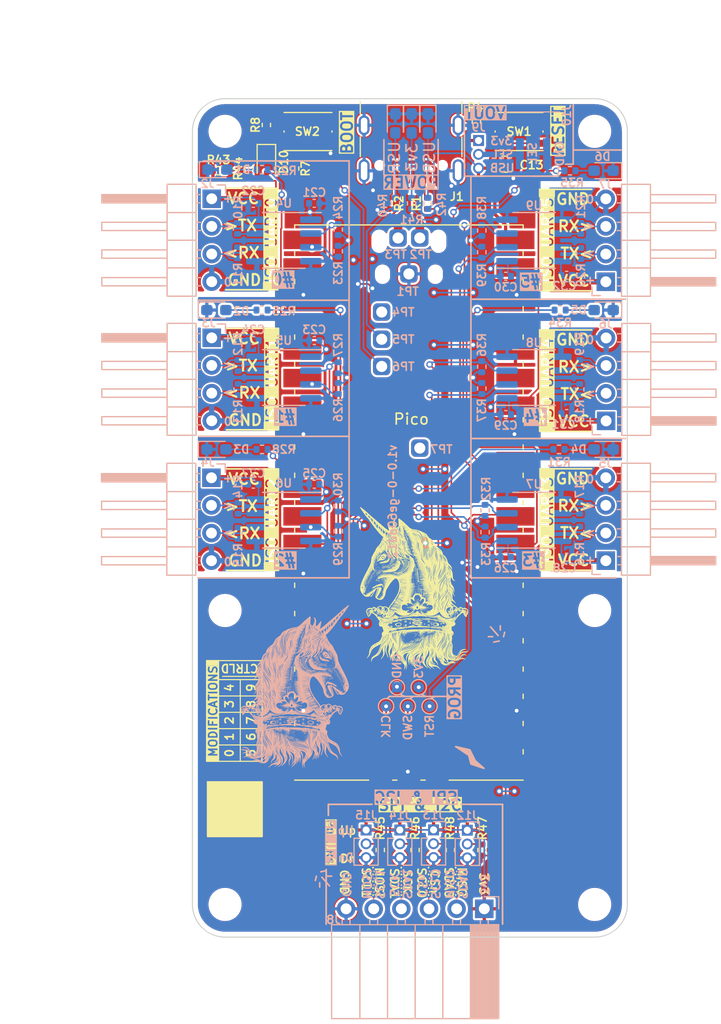
<source format=kicad_pcb>
(kicad_pcb (version 20221018) (generator pcbnew)
  (title_block (title "Ponder-Pico2") (date "2024-10-30") (rev "1.0"))
  (layers (0 "F.Cu" signal) (31 "B.Cu" signal) (34 "B.Paste" user) (35 "F.Paste" user) (36 "B.SilkS" user "B.Silkscreen") (37 "F.SilkS" user "F.Silkscreen") (38 "B.Mask" user) (39 "F.Mask" user) (44 "Edge.Cuts" user))
  (property "GIT_HEALTH" "clean")
  (property "GIT_VERSION" "v1.0-0-ge60dd12")
  (property "PROJECT_DESCRIPTION" "Hex Iso USB-UART")
  (property "PROJECT_NAME" "Ponder-Pico2")
  (net 0 "")
  (net 1 "VBUS")
  (net 2 "GND")
  (net 3 "+3V3")
  (net 4 "/BOOTSEL")
  (net 5 "Net-(J12-Pin_2)")
  (net 6 "Net-(J13-Pin_2)")
  (net 7 "Net-(D10-K)")
  (net 8 "/USB_D+")
  (net 9 "/USB_D-")
  (net 10 "/RUN")
  (net 11 "Net-(J14-Pin_2)")
  (net 12 "Net-(J15-Pin_2)")
  (net 13 "/SWCLK")
  (net 14 "/SWD")
  (net 15 "/RP_UART0_LED")
  (net 16 "/RP_UART0_TX")
  (net 17 "/RP_UART0_RX")
  (net 18 "Net-(R4-Pad1)")
  (net 19 "Net-(J1-CC1)")
  (net 20 "Net-(J1-CC2)")
  (net 24 "/RP_SPI0-MISO_I2C0-SDA")
  (net 25 "/RP_SPI0-CSn_I2C0-SCL")
  (net 26 "/RP_SPI0-SCK_I2C1-SDA")
  (net 28 "/RP_UART1_LED")
  (net 29 "/RP_UART1_TX")
  (net 30 "/RP_UART1_RX")
  (net 31 "/RP_UART2_LED")
  (net 32 "/RP_UART2_TX")
  (net 33 "/RP_UART2_RX")
  (net 34 "/RP_UART3_LED")
  (net 35 "/RP_UART3_TX")
  (net 36 "/RP_UART3_RX")
  (net 37 "/RP_UART4_LED")
  (net 38 "/RP_UART5_LED")
  (net 39 "/RP_UART4_TX")
  (net 40 "/RP_UART4_RX")
  (net 41 "/RP_UART5_TX")
  (net 42 "/RP_UART5_RX")
  (net 43 "/RP_PWR_LED")
  (net 45 "/DUT0_VCC")
  (net 46 "/DUT0_GND")
  (net 47 "/DUT1_VCC")
  (net 48 "/DUT1_GND")
  (net 49 "/RP_SPI0-MOSI_I2C1-SCL")
  (net 50 "/DUT2_VCC")
  (net 51 "/DUT2_GND")
  (net 52 "/DUT3_VCC")
  (net 53 "/DUT3_GND")
  (net 54 "/DUT4_VCC")
  (net 55 "/DUT4_GND")
  (net 56 "/DUT5_VCC")
  (net 57 "/DUT5_GND")
  (net 58 "Net-(J2-Pin_2)")
  (net 59 "/DUT0_TX")
  (net 60 "Net-(J2-Pin_3)")
  (net 61 "/DUT0_RX")
  (net 62 "Net-(J3-Pin_2)")
  (net 63 "/DUT1_TX")
  (net 64 "Net-(J3-Pin_3)")
  (net 65 "/DUT1_RX")
  (net 66 "Net-(J4-Pin_2)")
  (net 67 "/DUT2_TX")
  (net 68 "Net-(J4-Pin_3)")
  (net 69 "/DUT2_RX")
  (net 70 "Net-(J5-Pin_2)")
  (net 71 "/DUT3_TX")
  (net 72 "Net-(J5-Pin_3)")
  (net 73 "/DUT3_RX")
  (net 74 "Net-(J6-Pin_2)")
  (net 75 "/DUT4_TX")
  (net 76 "Net-(J6-Pin_3)")
  (net 77 "/DUT4_RX")
  (net 78 "Net-(J7-Pin_2)")
  (net 79 "/DUT5_TX")
  (net 80 "Net-(J7-Pin_3)")
  (net 81 "/DUT5_RX")
  (net 82 "Net-(D7-A)")
  (net 83 "Net-(D8-A)")
  (net 84 "Net-(D9-A)")
  (net 85 "Net-(D1-A)")
  (net 86 "Net-(D2-A)")
  (net 87 "Net-(D3-A)")
  (net 88 "Net-(D4-A)")
  (net 89 "Net-(D5-A)")
  (net 90 "Net-(D6-A)")
  (net 91 "/VOUT1_SELECT")
  (net 92 "Net-(R43-Pad2)")
  (net 93 "/USR_SW")
  (footprint "Connector_USB:USB_C_Receptacle_GCT_USB4105-xx-A_16P_TopMnt_Horizontal" (layer "F.Cu") (at 140.7 76.5 180)
    (fp_text reference "J1")
    (fp_text value "USB_C_Receptacle_USB2.0")
  )
  (footprint "MountingHole:MountingHole_2.7mm_M2.5" (layer "F.Cu") (at 123.6 120)
    (fp_text reference "H4" hide)
    (fp_text value "MountingHole")
  )
  (footprint "Resistor_SMD:R_0402_1005Metric" (layer "F.Cu") (at 146.7 75.1 -90)
    (fp_text reference "R4")
    (fp_text value "1k")
  )
  (footprint "Resistor_SMD:R_0402_1005Metric" (layer "F.Cu") (at 147.215 142 -90)
    (fp_text reference "R47")
    (fp_text value "10k")
  )
  (footprint "Resistor_SMD:R_0402_1005Metric" (layer "F.Cu") (at 138.6 82.6 90)
    (fp_text reference "R2")
    (fp_text value "5k1")
  )
  (footprint "Diode_SMD:D_SOD-323" (layer "F.Cu") (at 127.4 78.8 -90)
    (fp_text reference "D10")
    (fp_text value "NSR0530HT1G")
  )
  (footprint "Resistor_SMD:R_0402_1005Metric" (layer "F.Cu") (at 137.865 142 -90)
    (fp_text reference "R45")
    (fp_text value "10k")
  )
  (footprint "Resistor_SMD:R_0402_1005Metric" (layer "F.Cu") (at 142.2 82.6 90)
    (fp_text reference "R1")
    (fp_text value "5k1")
  )
  (footprint "Capacitor_SMD:C_0805_2012Metric" (layer "F.Cu") (at 149.3 79)
    (fp_text reference "C13")
    (fp_text value "10u")
  )
  (footprint "MountingHole:MountingHole_2.7mm_M2.5" (layer "F.Cu") (at 157.575 75.985)
    (fp_text reference "H2" hide)
    (fp_text value "MountingHole")
  )
  (footprint "Ponder:RaspberryPi-Pico-SMD-TP" (layer "F.Cu") (at 130 135.58)
    (fp_text reference "U1" hide)
    (fp_text value "~")
  )
  (footprint "MountingHole:MountingHole_2.7mm_M2.5" (layer "F.Cu") (at 123.6 75.985)
    (fp_text reference "H1" hide)
    (fp_text value "MountingHole")
  )
  (footprint "Resistor_SMD:R_0402_1005Metric" (layer "F.Cu") (at 125.8 79.4 90)
    (fp_text reference "R44")
    (fp_text value "10k")
  )
  (footprint "MountingHole:MountingHole_2.7mm_M2.5" (layer "F.Cu") (at 157.575 120)
    (fp_text reference "H3" hide)
    (fp_text value "MountingHole")
  )
  (footprint "Ponder:Crest-10mm" (layer "F.Cu") (at 141 118)
    (fp_text reference "G***" hide)
    (fp_text value "LOGO" hide)
  )
  (footprint "Resistor_SMD:R_0402_1005Metric" (layer "F.Cu") (at 123 79.6)
    (fp_text reference "R43")
    (fp_text value "10k")
  )
  (footprint "Resistor_SMD:R_0402_1005Metric" (layer "F.Cu") (at 144.315 142 -90)
    (fp_text reference "R48")
    (fp_text value "10k")
  )
  (footprint "MountingHole:MountingHole_2.7mm_M2.5" (layer "F.Cu") (at 157.575 147)
    (fp_text reference "H6" hide)
    (fp_text value "MountingHole")
  )
  (footprint "Button_Switch_SMD:SW_Push_1P1T_NO_Vertical_Wuerth_434133025816" (layer "F.Cu") (at 131.225 76)
    (fp_text reference "SW2")
    (fp_text value "434133025816")
  )
  (footprint "Resistor_SMD:R_0402_1005Metric" (layer "F.Cu") (at 141.065 142 -90)
    (fp_text reference "R46")
    (fp_text value "10k")
  )
  (footprint "Button_Switch_SMD:SW_Push_1P1T_NO_Vertical_Wuerth_434133025816" (layer "F.Cu") (at 150.625 76)
    (fp_text reference "SW1")
    (fp_text value "434133025816")
  )
  (footprint "Resistor_SMD:R_0402_1005Metric" (layer "F.Cu") (at 127.4 75.4 -90)
    (fp_text reference "R8")
    (fp_text value "1k")
  )
  (footprint "MountingHole:MountingHole_2.7mm_M2.5" (layer "F.Cu") (at 123.6 147)
    (fp_text reference "H5" hide)
    (fp_text value "MountingHole")
  )
  (footprint "Resistor_SMD:R_0402_1005Metric" (layer "F.Cu") (at 130 79.4 -90)
    (fp_text reference "R7")
    (fp_text value "10k")
  )
  (footprint "Ponder:ModStrike" (layer "F.Cu") (at 125 129.25 90)
    (fp_text reference "G1" hide)
    (fp_text value "ModStrike")
  )
  (footprint "Resistor_SMD:R_0402_1005Metric" (layer "B.Cu") (at 124.8 110.6 -90)
    (fp_text reference "R14")
    (fp_text value "50")
  )
  (footprint "LED_SMD:LED_0603_1608Metric_Pad1.05x0.95mm_HandSolder" (layer "B.Cu") (at 122.9 79.5)
    (fp_text reference "D1")
    (fp_text value "LED")
  )
  (footprint "Capacitor_SMD:C_0402_1005Metric" (layer "B.Cu") (at 149.4 101.995 180)
    (fp_text reference "C29")
    (fp_text value "100n")
  )
  (footprint "Connector_PinHeader_1.27mm:PinHeader_1x03_P1.27mm_Vertical" (layer "B.Cu") (at 145.865 140.18 180)
    (fp_text reference "J12")
    (fp_text value "1.27 HDR")
  )
  (footprint "Resistor_SMD:R_0402_1005Metric" (layer "B.Cu") (at 147.2 85.09 90)
    (fp_text reference "R38")
    (fp_text value "10k")
  )
  (footprint "Package_SO:SOIC-8_3.9x4.9mm_P1.27mm" (layer "B.Cu") (at 129 86 180)
    (fp_text reference "U4")
    (fp_text value "18012115411H")
  )
  (footprint "Capacitor_SMD:C_0402_1005Metric" (layer "B.Cu") (at 149.4 89.295 180)
    (fp_text reference "C30")
    (fp_text value "100n")
  )
  (footprint "Capacitor_SMD:C_0402_1005Metric" (layer "B.Cu") (at 126.2 82.6 180)
    (fp_text reference "C22")
    (fp_text value "100n")
  )
  (footprint "Resistor_SMD:R_0402_1005Metric" (layer "B.Cu") (at 142.25 82.6 90)
    (fp_text reference "R42")
    (fp_text value "1k")
  )
  (footprint "Resistor_SMD:R_0402_1005Metric" (layer "B.Cu") (at 154.4 92.4)
    (fp_text reference "R34")
    (fp_text value "1k")
  )
  (footprint "TestPoint:TestPoint_Pad_D1.0mm" (layer "B.Cu") (at 141.4 127.040784)
    (fp_text reference "TP4")
    (fp_text value "TestPoint")
  )
  (footprint "Resistor_SMD:R_0402_1005Metric" (layer "B.Cu") (at 124.75 87.14 90)
    (fp_text reference "R11")
    (fp_text value "50")
  )
  (footprint "Resistor_SMD:R_0402_1005Metric" (layer "B.Cu") (at 147.5 112.8 -90)
    (fp_text reference "R33")
    (fp_text value "10k")
  )
  (footprint "TestPoint:TestPoint_Pad_D1.0mm" (layer "B.Cu") (at 142.4 128.790784)
    (fp_text reference "TP5")
    (fp_text value "TestPoint")
  )
  (footprint "Resistor_SMD:R_0402_1005Metric" (layer "B.Cu") (at 134 99.6 -90)
    (fp_text reference "R26")
    (fp_text value "10k")
  )
  (footprint "Capacitor_SMD:C_0402_1005Metric" (layer "B.Cu") (at 126.2 108.4 180)
    (fp_text reference "C27")
    (fp_text value "100n")
  )
  (footprint "Resistor_SMD:R_0402_1005Metric" (layer "B.Cu") (at 156.3 84.895 -90)
    (fp_text reference "R21")
    (fp_text value "50")
  )
  (footprint "Ponder:Crest-10mm" (layer "B.Cu") (at 130 127 180)
    (fp_text reference "G2" hide)
    (fp_text value "Crest" hide)
  )
  (footprint "TestPoint:TestPoint_Pad_D1.0mm" (layer "B.Cu") (at 138.4 128.790784)
    (fp_text reference "TP1")
    (fp_text value "TestPoint")
  )
  (footprint "LED_SMD:LED_0603_1608Metric_Pad1.05x0.95mm_HandSolder" (layer "B.Cu") (at 158.4 105.2 180)
    (fp_text reference "D4")
    (fp_text value "LED")
  )
  (footprint "Package_SO:SOIC-8_3.9x4.9mm_P1.27mm" (layer "B.Cu") (at 129 98.595 180)
    (fp_text reference "U5")
    (fp_text value "18012115411H")
  )
  (footprint "Resistor_SMD:R_0402_1005Metric" (layer "B.Cu") (at 147.2 99.6 -90)
    (fp_text reference "R37")
    (fp_text value "10k")
  )
  (footprint "Capacitor_SMD:C_0402_1005Metric" (layer "B.Cu") (at 155 115.1)
    (fp_text reference "C28")
    (fp_text value "100n")
  )
  (footprint "Resistor_SMD:R_0402_1005Metric" (layer "B.Cu") (at 134 87 -90)
    (fp_text reference "R23")
    (fp_text value "10k")
  )
  (footprint "Resistor_SMD:R_0402_1005Metric" (layer "B.Cu") (at 156.2 97.5 -90)
    (fp_text reference "R19")
    (fp_text value "50")
  )
  (footprint "Resistor_SMD:R_0402_1005Metric" (layer "B.Cu") (at 134 97.7 90)
    (fp_text reference "R27")
    (fp_text value "10k")
  )
  (footprint "Resistor_SMD:R_0402_1005Metric" (layer "B.Cu") (at 156.2 99.7 90)
    (fp_text reference "R18")
    (fp_text value "50")
  )
  (footprint "Resistor_SMD:R_0402_1005Metric" (layer "B.Cu") (at 124.75 84.9 -90)
    (fp_text reference "R10")
    (fp_text value "50")
  )
  (footprint "Resistor_SMD:R_0402_1005Metric" (layer "B.Cu") (at 155.3 79.6)
    (fp_text reference "R35")
    (fp_text value "1k")
  )
  (footprint "Resistor_SMD:R_0402_1005Metric" (layer "B.Cu") (at 134 110.4 90)
    (fp_text reference "R30")
    (fp_text value "10k")
  )
  (footprint "Resistor_SMD:R_0402_1005Metric" (layer "B.Cu") (at 139.25 82.6 90)
    (fp_text reference "R40")
    (fp_text value "1k")
  )
  (footprint "Package_SO:SOIC-8_3.9x4.9mm_P1.27mm" (layer "B.Cu") (at 152 86)
    (fp_text reference "U9")
    (fp_text value "18012115411H")
  )
  (footprint "Resistor_SMD:R_0402_1005Metric" (layer "B.Cu") (at 147.5 110.8 90)
    (fp_text reference "R32")
    (fp_text value "10k")
  )
  (footprint "TestPoint:TestPoint_Pad_D1.0mm" (layer "B.Cu") (at 140.4 128.790784)
    (fp_text reference "TP2" hide)
    (fp_text value "TestPoint")
  )
  (footprint "Resistor_SMD:R_0402_1005Metric" (layer "B.Cu") (at 124.8 112.905 90)
    (fp_text reference "R15")
    (fp_text value "50")
  )
  (footprint "Resistor_SMD:R_0402_1005Metric" (layer "B.Cu") (at 147.2 87.09 -90)
    (fp_text reference "R39")
    (fp_text value "10k")
  )
  (footprint "Connector_PinHeader_2.54mm:PinHeader_1x04_P2.54mm_Horizontal" (layer "B.Cu") (at 158.625 102.58)
    (fp_text reference "J6")
    (fp_text value "2.54 HDR")
  )
  (footprint "LED_SMD:LED_0603_1608Metric_Pad1.05x0.95mm_HandSolder" (layer "B.Cu") (at 122.8 105.2)
    (fp_text reference "D3")
    (fp_text value "LED")
  )
  (footprint "Capacitor_SMD:C_0402_1005Metric" (layer "B.Cu") (at 126.2 95.2 180)
    (fp_text reference "C24")
    (fp_text value "100n")
  )
  (footprint "Capacitor_SMD:C_0402_1005Metric" (layer "B.Cu") (at 155 101.9)
    (fp_text reference "C31")
    (fp_text value "100n")
  )
  (footprint "Resistor_SMD:R_0402_1005Metric" (layer "B.Cu") (at 127 92.4 180)
    (fp_text reference locked "R25")
    (fp_text value "1k")
  )
  (footprint "LED_SMD:LED_0603_1608Metric_Pad1.05x0.95mm_HandSolder" (layer "B.Cu") (at 142.25 75.25 -90)
    (fp_text reference "D9" hide)
    (fp_text value "LED")
  )
  (footprint "Package_SO:SOIC-8_3.9x4.9mm_P1.27mm" (layer "B.Cu") (at 152 111.705)
    (fp_text reference "U7")
    (fp_text value "18012115411H")
  )
  (footprint "Resistor_SMD:R_0402_1005Metric" (layer "B.Cu") (at 147.2 97.6 90)
    (fp_text reference "R36")
    (fp_text value "10k")
  )
  (footprint "LED_SMD:LED_0603_1608Metric_Pad1.05x0.95mm_HandSolder" (layer "B.Cu") (at 139.25 75.25 -90)
    (fp_text reference "D7" hide)
    (fp_text value "LED")
  )
  (footprint "Capacitor_SMD:C_0402_1005Metric" (layer "B.Cu") (at 131.8 82.6)
    (fp_text reference "C21")
    (fp_text value "100n")
  )
  (footprint "Resistor_SMD:R_0402_1005Metric" (layer "B.Cu") (at 134 112.71 -90)
    (fp_text reference "R29")
    (fp_text value "10k")
  )
  (footprint "Capacitor_SMD:C_0402_1005Metric" (layer "B.Cu") (at 149.4 115.1 180)
    (fp_text reference "C26")
    (fp_text value "100n")
  )
  (footprint "Connector_PinHeader_1.27mm:PinHeader_1x03_P1.27mm_Vertical" (layer "B.Cu") (at 142.765 140.15 180)
    (fp_text reference "J13")
    (fp_text value "1.27 HDR")
  )
  (footprint "Connector_PinHeader_2.54mm:PinHeader_1x04_P2.54mm_Horizontal" (layer "B.Cu") (at 122.375 82.175 180)
    (fp_text reference "J2")
    (fp_text value "2.54 HDR")
  )
  (footprint "Connector_PinHeader_2.54mm:PinHeader_1x04_P2.54mm_Horizontal" (layer "B.Cu") (at 158.6 89.8)
    (fp_text reference "J7")
    (fp_text value "2.54 HDR")
  )
  (footprint "Package_SO:SOIC-8_3.9x4.9mm_P1.27mm" (layer "B.Cu") (at 152 98.595)
    (fp_text reference "U8")
    (fp_text value "18012115411H")
  )
  (footprint "Ponder:M208890245" (layer "B.Cu") (at 151.83 73.2 180)
    (fp_text reference "J10")
    (fp_text value "2.54 SKT" hide)
  )
  (footprint "Resistor_SMD:R_0402_1005Metric" (layer "B.Cu") (at 156.2 112.8 90)
    (fp_text reference "R16")
    (fp_text value "50")
  )
  (footprint "Resistor_SMD:R_0402_1005Metric" (layer "B.Cu") (at 124.8 99.7 90)
    (fp_text reference "R13")
    (fp_text value "50")
  )
  (footprint "LED_SMD:LED_0603_1608Metric_Pad1.05x0.95mm_HandSolder" (layer "B.Cu") (at 140.75 75.25 -90)
    (fp_text reference "D8" hide)
    (fp_text value "LED")
  )
  (footprint "Resistor_SMD:R_0402_1005Metric" (layer "B.Cu") (at 154.29 105.2)
    (fp_text reference "R31")
    (fp_text value "1k")
  )
  (footprint "Resistor_SMD:R_0402_1005Metric" (layer "B.Cu") (at 156.2 110.6 -90)
    (fp_text reference "R17")
    (fp_text value "50")
  )
  (footprint "LED_SMD:LED_0603_1608Metric_Pad1.05x0.95mm_HandSolder" (layer "B.Cu") (at 122.8 92.4)
    (fp_text reference "D2")
    (fp_text value "LED")
  )
  (footprint "Resistor_SMD:R_0402_1005Metric" (layer "B.Cu") (at 124.8 97.5 -90)
    (fp_text reference "R12")
    (fp_text value "50")
  )
  (footprint "Connector_PinHeader_2.54mm:PinHeader_1x04_P2.54mm_Horizontal" (layer "B.Cu") (at 122.375 94.95 180)
    (fp_text reference "J3")
    (fp_text value "2.54 HDR")
  )
  (footprint "LED_SMD:LED_0603_1608Metric_Pad1.05x0.95mm_HandSolder" (layer "B.Cu") (at 158.4 79.6 180)
    (fp_text reference "D6")
    (fp_text value "LED")
  )
  (footprint "LED_SMD:LED_0603_1608Metric_Pad1.05x0.95mm_HandSolder" (layer "B.Cu") (at 158.4 92.4 180)
    (fp_text reference "D5")
    (fp_text value "LED")
  )
  (footprint "Capacitor_SMD:C_0402_1005Metric" (layer "B.Cu") (at 131.8 108.4 180)
    (fp_text reference "C25")
    (fp_text value "100n")
  )
  (footprint "Connector_PinHeader_2.54mm:PinHeader_1x04_P2.54mm_Horizontal" (layer "B.Cu") (at 158.6 115.42)
    (fp_text reference "J5")
    (fp_text value "2.54 HDR")
  )
  (footprint "Connector_PinSocket_2.54mm:PinSocket_1x06_P2.54mm_Horizontal" (layer "B.Cu") (at 147.425 147.4 90)
    (fp_text reference "J8")
    (fp_text value "2.54 SKT")
  )
  (footprint "Capacitor_SMD:C_0402_1005Metric" (layer "B.Cu") (at 155 89.2)
    (fp_text reference "C32")
    (fp_text value "100n")
  )
  (footprint "Connector_PinHeader_1.27mm:PinHeader_1x03_P1.27mm_Vertical" (layer "B.Cu") (at 139.665 140.16 180)
    (fp_text reference "J14")
    (fp_text value "1.27 HDR")
  )
  (footprint "Resistor_SMD:R_0402_1005Metric" (layer "B.Cu") (at 156.3 87.2 90)
    (fp_text reference "R20")
    (fp_text value "50")
  )
  (footprint "Connector_PinHeader_1.27mm:PinHeader_1x03_P1.27mm_Vertical" (layer "B.Cu") (at 146.9 76.825 180)
    (fp_text reference "J9")
    (fp_text value "1.27 HDR")
  )
  (footprint "Connector_PinHeader_1.27mm:PinHeader_1x03_P1.27mm_Vertical" (layer "B.Cu") (at 136.565 140.16 180)
    (fp_text reference "J15")
    (fp_text value "1.27 HDR")
  )
  (footprint "Package_SO:SOIC-8_3.9x4.9mm_P1.27mm" (layer "B.Cu") (at 129 111.705 180)
    (fp_text reference "U6")
    (fp_text value "18012115411H")
  )
  (footprint "Resistor_SMD:R_0402_1005Metric" (layer "B.Cu") (at 127 79.5 180)
    (fp_text reference "R22")
    (fp_text value "1k")
  )
  (footprint "Resistor_SMD:R_0402_1005Metric" (layer "B.Cu") (at 140.75 82.6 90)
    (fp_text reference "R41")
    (fp_text value "1k")
  )
  (footprint "Capacitor_SMD:C_0402_1005Metric" (layer "B.Cu") (at 131.8 95.2 180)
    (fp_text reference "C23")
    (fp_text value "100n")
  )
  (footprint "TestPoint:TestPoint_Pad_D1.0mm" (layer "B.Cu") (at 139.4 127.040784)
    (fp_text reference "TP3" hide)
    (fp_text value "TestPoint")
  )
  (footprint "Resistor_SMD:R_0402_1005Metric" (layer "B.Cu") (at 127 105.2 180)
    (fp_text reference "R28")
    (fp_text value "1k")
  )
  (footprint "Resistor_SMD:R_0402_1005Metric" (layer "B.Cu") (at 134 85 90)
    (fp_text reference "R24")
    (fp_text value "10k")
  )
  (footprint "Connector_PinHeader_2.54mm:PinHeader_1x04_P2.54mm_Horizontal" (layer "B.Cu") (at 122.35 107.805 180)
    (fp_text reference "J4")
    (fp_text value "2.54 HDR")
  )
  (gr_line (start 149.1 148.8) (end 149.1 137.8) (stroke (width 0.15)) (layer "B.SilkS"))
  (gr_line (start 121.1 91.5) (end 135 91.5) (stroke (width 0.15)) (layer "B.SilkS"))
  (gr_line (start 146.2 104.2) (end 160 104.2) (stroke (width 0.15)) (layer "B.SilkS"))
  (gr_line (start 135 78.7) (end 121.6 78.7) (stroke (width 0.15)) (layer "B.SilkS"))
  (gr_line (start 149.2 122.4) (end 149.3 122) (stroke (width 0.15)) (layer "B.SilkS"))
  (gr_line (start 137.3 146.5) (end 137.3 143.9) (stroke (width 0.15) (type dot)) (layer "B.SilkS"))
  (gr_line (start 145.3 137.8) (end 149.1 137.8) (stroke (width 0.15)) (layer "B.SilkS"))
  (gr_line (start 141.7 127.690784) (end 142 127.890784) (stroke (width 0.15)) (layer "B.SilkS"))
  (gr_line (start 137.1 137.8) (end 133.1 137.8) (stroke (width 0.15)) (layer "B.SilkS"))
  (gr_line (start 146.2 104.2) (end 146.2 91.4) (stroke (width 0.15)) (layer "B.SilkS"))
  (gr_line (start 132 144.4) (end 131.9 144.8) (stroke (width 0.15)) (layer "B.SilkS"))
  (gr_line (start 138.5 128.090784) (end 138.7 127.890784) (stroke (width 0.15)) (layer "B.SilkS"))
  (gr_line (start 148.7 122.3) (end 148 121.5) (stroke (width 0.15)) (layer "B.SilkS"))
  (gr_line (start 160 77.7) (end 155.6 77.7) (stroke (width 0.15)) (layer "B.SilkS"))
  (gr_line (start 121.2 104) (end 135 104) (stroke (width 0.15)) (layer "B.SilkS"))
  (gr_line (start 148.8 122.8) (end 148.3 122.9) (stroke (width 0.15)) (layer "B.SilkS"))
  (gr_line (start 159.5 117) (end 146.2 117) (stroke (width 0.15)) (layer "B.SilkS"))
  (gr_line (start 135 78.7) (end 135 91) (stroke (width 0.15)) (layer "B.SilkS"))
  (gr_line (start 133 144.4) (end 133.4 144.4) (stroke (width 0.15)) (layer "B.SilkS"))
  (gr_line (start 155.6 79) (end 154.9 79) (stroke (width 0.15)) (layer "B.SilkS"))
  (gr_line (start 138.2 79.95) (end 138.2 76.75) (stroke (width 0.15)) (layer "B.SilkS"))
  (gr_line (start 160.4 104.2) (end 146.2 104.2) (stroke (width 0.15)) (layer "B.SilkS"))
  (gr_line (start 154.2 79.3) (end 154.4 79.3) (stroke (width 0.15)) (layer "B.SilkS"))
  (gr_line (start 132.3 145) (end 132.3 145.4) (stroke (width 0.15)) (layer "B.SilkS"))
  (gr_line (start 151.9 80.1) (end 154.2 80.1) (stroke (width 0.15)) (layer "B.SilkS"))
  (gr_line (start 146.2 91.4) (end 160 91.4) (stroke (width 0.15)) (layer "B.SilkS"))
  (gr_line (start 142.4 146.5) (end 142.4 143.9) (stroke (width 0.15) (type dot)) (layer "B.SilkS"))
  (gr_line (start 132.5 144.5) (end 133.2 145.3) (stroke (width 0.15)) (layer "B.SilkS"))
  (gr_poly (pts (xy 147.4 134.5) (xy 146.2 134.1) (xy 146 133.3) (xy 144.8 132.5) (xy 146.1 132.8) (xy 146.6 133.8)) (stroke (width 0.15)) (fill solid) (layer "B.SilkS"))
  (gr_line (start 154.2 80.1) (end 154.2 79.3) (stroke (width 0.15)) (layer "B.SilkS"))
  (gr_line (start 146.2 80.1) (end 154.2 80.1) (stroke (width 0.15)) (layer "B.SilkS"))
  (gr_line (start 132.9 148.8) (end 132.9 143.8) (stroke (width 0.15)) (layer "B.SilkS"))
  (gr_line (start 145.6 80.05) (end 145.6 74.95) (stroke (width 0.15)) (layer "B.SilkS"))
  (gr_line (start 148.2 122.4) (end 147.8 122.4) (stroke (width 0.15)) (layer "B.SilkS"))
  (gr_line (start 160.4 91.4) (end 146.2 91.4) (stroke (width 0.15)) (layer "B.SilkS"))
  (gr_line (start 146.2 91.4) (end 146.2 80.1) (stroke (width 0.15)) (layer "B.SilkS"))
  (gr_line (start 155.6 79) (end 155.6 73.55) (stroke (width 0.15)) (layer "B.SilkS"))
  (gr_line (start 142.5 128.090784) (end 142.9 127.890784) (stroke (width 0.15)) (layer "B.SilkS"))
  (gr_line (start 148.9 121.8) (end 148.9 121.4) (stroke (width 0.15)) (layer "B.SilkS"))
  (gr_line (start 135 91) (end 135 103.8) (stroke (width 0.15)) (layer "B.SilkS"))
  (gr_line (start 135 103.8) (end 135 117) (stroke (width 0.15)) (layer "B.SilkS"))
  (gr_line (start 140.6 128.090784) (end 140.9 127.890784) (stroke (width 0.15)) (layer "B.SilkS"))
  (gr_line (start 121.1 117) (end 135 117) (stroke (width 0.15)) (layer "B.SilkS"))
  (gr_line (start 133.1 138.8) (end 133.1 137.8) (stroke (width 0.15)) (layer "B.SilkS"))
  (gr_line (start 139.7 127.690784) (end 140.1 127.890784) (stroke (width 0.15)) (layer "B.SilkS"))
  (gr_line (start 143.185 79.94) (end 143.185 76.74) (stroke (width 0.15)) (layer "B.SilkS"))
  (gr_line (start 138.7 127.890784) (end 144 127.890784) (stroke (width 0.15)) (layer "B.SilkS"))
  (gr_line (start 132.4 144) (end 132.9 143.9) (stroke (width 0.15)) (layer "B.SilkS"))
  (gr_line (start 146.2 117) (end 146.2 104.3) (stroke (width 0.15)) (layer "B.SilkS"))
  (gr_line (start 144.9 146.5) (end 144.9 143.9) (stroke (width 0.15) (type dot)) (layer "B.SilkS"))
  (gr_line (start 139.8 146.5) (end 139.8 143.9) (stroke (width 0.15) (type dot)) (layer "B.SilkS"))
  (gr_line (start 147.4 80.1) (end 145.6 80.1) (stroke (width 0.15)) (layer "B.SilkS"))
  (gr_line (start 133.1 138.8) (end 133.1 137.8) (stroke (width 0.15)) (layer "F.SilkS"))
  (gr_rect (start 152.514986 94.2252) (end 153.84976 94.884144) (stroke (width 0.15)) (fill solid) (layer "F.SilkS"))
  (gr_line (start 123.735 106.99) (end 127.5 106.99) (stroke (width 0.15)) (layer "F.SilkS"))
  (gr_line (start 157.30545 94.224372) (end 153.53045 94.224372) (stroke (width 0.15)) (layer "F.SilkS"))
  (gr_line (start 123.725 116.31) (end 127.5 116.31) (stroke (width 0.15)) (layer "F.SilkS"))
  (gr_line (start 157.2825 116.3) (end 153.5175 116.3) (stroke (width 0.15)) (layer "F.SilkS"))
  (gr_rect (start 127.156653 89.9) (end 128.443346 90.535761) (stroke (width 0.15)) (fill solid) (layer "F.SilkS"))
  (gr_line (start 123.725 103.4) (end 127.5 103.4) (stroke (width 0.15)) (layer "F.SilkS"))
  (gr_rect (start 127.227185 94.079252) (end 128.512524 94.97845) (stroke (width 0.15)) (fill solid) (layer "F.SilkS"))
  (gr_rect (start 152.548786 106.980828) (end 153.833588 107.739772) (stroke (width 0.15)) (fill solid) (layer "F.SilkS"))
  (gr_line (start 123.735 94.08) (end 127.5 94.08) (stroke (width 0.15)) (layer "F.SilkS"))
  (gr_rect (start 127.226203 102.765628) (end 128.512896 103.401389) (stroke (width 0.15)) (fill solid) (layer "F.SilkS"))
  (gr_rect (start 152.514842 89.82284) (end 153.846325 90.633915) (stroke (width 0.15)) (fill solid) (layer "F.SilkS"))
  (gr_rect (start 127.157635 81.213624) (end 128.442974 82.112822) (stroke (width 0.15)) (fill solid) (layer "F.SilkS"))
  (gr_line (start 142.300888 143.6) (end 142.300888 146.2) (stroke (width 0.15) (type dot)) (layer "F.SilkS"))
  (gr_line (start 123.66545 81.214372) (end 127.43045 81.214372) (stroke (width 0.15)) (layer "F.SilkS"))
  (gr_line (start 149.1 148.8) (end 149.1 137.8) (stroke (width 0.15)) (layer "F.SilkS"))
  (gr_line (start 132.9 148.8) (end 132.9 143.8) (stroke (width 0.15)) (layer "F.SilkS"))
  (gr_line (start 157.2925 106.98) (end 153.5175 106.98) (stroke (width 0.15)) (layer "F.SilkS"))
  (gr_line (start 139.800888 143.6) (end 139.800888 146.2) (stroke (width 0.15) (type dot)) (layer "F.SilkS"))
  (gr_rect (start 152.514842 102.73284) (end 153.846325 103.543915) (stroke (width 0.15)) (fill solid) (layer "F.SilkS"))
  (gr_line (start 149.1 137.8) (end 146.1 137.8) (stroke (width 0.15)) (layer "F.SilkS"))
  (gr_rect (start 152.547089 115.488468) (end 153.833375 116.299543) (stroke (width 0.15)) (fill solid) (layer "F.SilkS"))
  (gr_rect (start 127.227185 106.989252) (end 128.512524 107.88845) (stroke (width 0.15)) (fill solid) (layer "F.SilkS"))
  (gr_line (start 137.200888 143.6) (end 137.200888 146.2) (stroke (width 0.15) (type dot)) (layer "F.SilkS"))
  (gr_line (start 123.65545 90.534372) (end 127.43045 90.534372) (stroke (width 0.15)) (layer "F.SilkS"))
  (gr_rect (start 152.514986 81.3152) (end 153.84976 81.974144) (stroke (width 0.15)) (fill solid) (layer "F.SilkS"))
  (gr_line (start 157.29545 90.634372) (end 153.53045 90.634372) (stroke (width 0.15)) (layer "F.SilkS"))
  (gr_line (start 144.800888 143.6) (end 144.800888 146.2) (stroke (width 0.15) (type dot)) (layer "F.SilkS"))
  (gr_line (start 157.29545 103.544372) (end 153.53045 103.544372) (stroke (width 0.15)) (layer "F.SilkS"))
  (gr_line (start 133.1 137.8) (end 137.1 137.8) (stroke (width 0.15)) (layer "F.SilkS"))
  (gr_rect (start 122 135.75) (end 127 140.75) (stroke (width 0.15)) (fill solid) (layer "F.SilkS"))
  (gr_line (start 157.30545 81.314372) (end 153.53045 81.314372) (stroke (width 0.15)) (layer "F.SilkS"))
  (gr_rect (start 127.226203 115.675628) (end 128.512896 116.311389) (stroke (width 0.15)) (fill solid) (layer "F.SilkS"))
  (gr_line (start 120.6 146.9875) (end 120.6 75.985) (stroke (width 0.1)) (layer "Edge.Cuts"))
  (gr_arc (start 157.575 72.985) (mid 159.69632 73.86368) (end 160.575 75.985) (stroke (width 0.1)) (layer "Edge.Cuts"))
  (gr_arc (start 120.6 75.985) (mid 121.47868 73.86368) (end 123.6 72.985) (stroke (width 0.1)) (layer "Edge.Cuts"))
  (gr_arc (start 123.6125 150) (mid 121.482341 149.117659) (end 120.6 146.9875) (stroke (width 0.1)) (layer "Edge.Cuts"))
  (gr_line (start 123.6 72.985) (end 157.575 72.985) (stroke (width 0.1)) (layer "Edge.Cuts"))
  (gr_arc (start 160.575 147.0125) (mid 159.699982 149.124982) (end 157.5875 150) (stroke (width 0.1)) (layer "Edge.Cuts"))
  (gr_line (start 157.5875 150) (end 123.6125 150) (stroke (width 0.1)) (layer "Edge.Cuts"))
  (gr_line (start 160.575 75.985) (end 160.575 147.0125) (stroke (width 0.1)) (layer "Edge.Cuts"))
  (gr_text "Ponder-Pico" (at 158.5 138 90) (layer "F.Cu" knockout) (effects (font (size 1 1) (thickness 0.2) bold) (justify left bottom)))
  (gr_text "Tools by TAKTAK" (at 156.5 137.7 90) (layer "F.Cu" knockout) (effects (font (size 0.75 0.75) (thickness 0.15) bold) (justify left bottom)))
  (gr_text "SCL1" (at 137.4 146.6 -90) (layer "B.SilkS") (effects (font (size 0.75 0.75) (thickness 0.15) bold) (justify left bottom mirror)))
  (gr_text "#1" (at 130.2 102.2) (layer "B.SilkS" knockout) (effects (font (size 1 1) (thickness 0.2) bold) (justify left mirror)))
  (gr_text ">" (at 156.6 99.6) (layer "B.SilkS") (effects (font (size 0.75 0.75) (thickness 0.15) bold) (justify right top mirror)))
  (gr_text "TP5" (at 141.1 95.1) (layer "B.SilkS") (effects (font (size 0.75 0.75) (thickness 0.15) bold) (justify left mirror)))
  (gr_text "0" (at 123.4 102.2) (layer "B.SilkS") (effects (font (size 0.75 0.75) (thickness 0.15) bold) (justify right top mirror)))
  (gr_text "#5" (at 152.8 89.8) (layer "B.SilkS" knockout) (effects (font (size 1 1) (thickness 0.2) bold) (justify left mirror)))
  (gr_text ">" (at 156.6 86.7) (layer "B.SilkS") (effects (font (size 0.75 0.75) (thickness 0.15) bold) (justify right top mirror)))
  (gr_text "MOSI" (at 136.2 146.6 -90) (layer "B.SilkS") (effects (font (size 0.75 0.75) (thickness 0.15) bold) (justify left bottom mirror)))
  (gr_text "<" (at 156.6 84.2) (layer "B.SilkS") (effects (font (size 0.75 0.75) (thickness 0.15) bold) (justify right top mirror)))
  (gr_text "#0" (at 130 89.6) (layer "B.SilkS" knockout) (effects (font (size 1 1) (thickness 0.2) bold) (justify left mirror)))
  (gr_text ">" (at 123.3 86.7) (layer "B.SilkS") (effects (font (size 0.75 0.75) (thickness 0.15) bold) (justify right top mirror)))
  (gr_text "Dn" (at 134.7 142.7) (layer "B.SilkS") (effects (font (size 0.75 0.75) (thickness 0.15) bold) (justify mirror)))
  (gr_text "RST" (at 142.4 129.490784 90) (layer "B.SilkS") (effects (font (size 0.75 0.75) (thickness 0.15) bold) (justify left mirror)))
  (gr_text "0" (at 156.7 81.8) (layer "B.SilkS") (effects (font (size 0.75 0.75) (thickness 0.15) bold) (justify right top mirror)))
  (gr_text "TP2" (at 142.7 87.3) (layer "B.SilkS") (effects (font (size 0.75 0.75) (thickness 0.15) bold) (justify left mirror)))
  (gr_text "<" (at 156.6 97.1) (layer "B.SilkS") (effects (font (size 0.75 0.75) (thickness 0.15) bold) (justify right top mirror)))
  (gr_text "SDA1" (at 139.9 146.6 -90) (layer "B.SilkS") (effects (font (size 0.75 0.75) (thickness 0.15) bold) (justify left bottom mirror)))
  (gr_text "<" (at 123.3 109.9) (layer "B.SilkS") (effects (font (size 0.75 0.75) (thickness 0.15) bold) (justify right top mirror)))
  (gr_text "CSn" (at 141.3 146.4 -90) (layer "B.SilkS") (effects (font (size 0.75 0.75) (thickness 0.15) bold) (justify left bottom mirror)))
  (gr_text "GND" (at 139.4 126.340784 90) (layer "B.SilkS") (effects (font (size 0.75 0.75) (thickness 0.15) bold) (justify right mirror)))
  (gr_text "3V3" (at 141.4 126.340784 90) (layer "B.SilkS") (effects (font (size 0.75 0.75) (thickness 0.15) bold) (justify right mirror)))
  (gr_text ">" (at 123.3 99.5) (layer "B.SilkS") (effects (font (size 0.75 0.75) (thickness 0.15) bold) (justify right top mirror)))
  (gr_text "TP3" (at 140.4 87.3) (layer "B.SilkS") (effects (font (size 0.75 0.75) (thickness 0.15) bold) (justify left mirror)))
  (gr_text "+" (at 123.3 94.5) (layer "B.SilkS") (effects (font (size 0.75 0.75) (thickness 0.15) bold) (justify right top mirror)))
  (gr_text "3v3" (at 150.1 77.3) (layer "B.SilkS") (effects (font (size 0.75 0.75)) (justify left bottom mirror)))
  (gr_text "3v3" (at 147.46 144.1 -90) (layer "B.SilkS") (effects (font (size 0.75 0.75) (thickness 0.15) bold) (justify right mirror)))
  (gr_text "+" (at 156.6 102.1) (layer "B.SilkS") (effects (font (size 0.75 0.75) (thickness 0.15) bold) (justify right top mirror)))
  (gr_text "#3" (at 153 115.4) (layer "B.SilkS" knockout) (effects (font (size 1 1) (thickness 0.2) bold) (justify left mirror)))
  (gr_text "+" (at 123.3 81.7) (layer "B.SilkS") (effects (font (size 0.75 0.75) (thickness 0.15) bold) (justify right top mirror)))
  (gr_text "<" (at 156.6 109.9) (layer "B.SilkS") (effects (font (size 0.75 0.75) (thickness 0.15) bold) (justify right top mirror)))
  (gr_text ">" (at 123.3 112.4) (layer "B.SilkS") (effects (font (size 0.75 0.75) (thickness 0.15) bold) (justify right top mirror)))
  (gr_text "TP6" (at 141.1 97.6) (layer "B.SilkS") (effects (font (size 0.75 0.75) (thickness 0.15) bold) (justify left mirror)))
  (gr_text "SCK" (at 138.7 146.4 -90) (layer "B.SilkS") (effects (font (size 0.75 0.75) (thickness 0.15) bold) (justify left bottom mirror)))
  (gr_text "CLK" (at 138.4 129.490784 90) (layer "B.SilkS") (effects (font (size 0.75 0.75) (thickness 0.15) bold) (justify left mirror)))
  (gr_text "SCL0" (at 142.5 146.6 -90) (layer "B.SilkS") (effects (font (size 0.75 0.75) (thickness 0.15) bold) (justify left bottom mirror)))
  (gr_text "VOUT" (at 149.5 74.9) (layer "B.SilkS" knockout) (effects (font (size 1 1) (thickness 0.2) bold) (justify left bottom mirror)))
  (gr_text "SDA0" (at 145 146.6 -90) (layer "B.SilkS") (effects (font (size 0.75 0.75) (thickness 0.15) bold) (justify left bottom mirror)))
  (gr_text "SEL" (at 150.172075 78.548285) (layer "B.SilkS") (effects (font (size 0.75 0.75)) (justify left bottom mirror)))
  (gr_text "SPI & I2C" (at 145.1 137.2) (layer "B.SilkS" knockout) (effects (font (size 1 1) (thickness 0.2) bold) (justify left mirror)))
  (gr_text ">" (at 156.6 112.4) (layer "B.SilkS") (effects (font (size 0.75 0.75) (thickness 0.15) bold) (justify right top mirror)))
  (gr_text "Up" (at 134.7 140.2) (layer "B.SilkS") (effects (font (size 0.75 0.75) (thickness 0.15) bold) (justify mirror)))
  (gr_text "USB" (at 150.3 79.8) (layer "B.SilkS") (effects (font (size 0.75 0.75)) (justify left bottom mirror)))
  (gr_text "${GIT_VERSION}" (at 139 110 90) (layer "B.SilkS") (effects (font (size 0.75 0.75)) (justify mirror)))
  (gr_text "<" (at 123.3 97) (layer "B.SilkS") (effects (font (size 0.75 0.75) (thickness 0.15) bold) (justify right top mirror)))
  (gr_text "POWER" (at 143.4 81.28) (layer "B.SilkS" knockout) (effects (font (size 1 1) (thickness 0.2) bold) (justify left bottom mirror)))
  (gr_text "Pull Rs" (at 133.3 139.2 -90) (layer "B.SilkS" knockout) (effects (font (size 0.75 0.75) (thickness 0.15) bold) (justify right mirror)))
  (gr_text "+" (at 156.6 114.9) (layer "B.SilkS") (effects (font (size 0.75 0.75) (thickness 0.15) bold) (justify right top mirror)))
  (gr_text "0" (at 156.7 107.5) (layer "B.SilkS") (effects (font (size 0.75 0.75) (thickness 0.15) bold) (justify right top mirror)))
  (gr_text "MISO" (at 143.8 146.6 -90) (layer "B.SilkS") (effects (font (size 0.75 0.75) (thickness 0.15) bold) (justify left bottom mirror)))
  (gr_text "GND" (at 134.3 146.4 -90) (layer "B.SilkS") (effects (font (size 0.75 0.75) (thickness 0.15) bold) (justify left bottom mirror)))
  (gr_text "GND" (at 154.8 76.8 90) (layer "B.SilkS") (effects (font (size 0.75 0.75)) (justify left bottom mirror)))
  (gr_text "0" (at 156.7 94.7) (layer "B.SilkS") (effects (font (size 0.75 0.75) (thickness 0.15) bold) (justify right top mirror)))
  (gr_text "<" (at 123.3 84.2) (layer "B.SilkS") (effects (font (size 0.75 0.75) (thickness 0.15) bold) (justify right top mirror)))
  (gr_text "TP4" (at 141.1 92.6) (layer "B.SilkS") (effects (font (size 0.75 0.75) (thickness 0.15) bold) (justify left mirror)))
  (gr_text "0" (at 123.4 89.4) (layer "B.SilkS") (effects (font (size 0.75 0.75) (thickness 0.15) bold) (justify right top mirror)))
  (gr_text "#2" (at 130.2 115.4) (layer "B.SilkS" knockout) (effects (font (size 1 1) (thickness 0.2) bold) (justify left mirror)))
  (gr_text "#4" (at 153.2 102.2) (layer "B.SilkS" knockout) (effects (font (size 1 1) (thickness 0.2) bold) (justify left mirror)))
  (gr_text "SEL" (at 152.3 76.9 90) (layer "B.SilkS") (effects (font (size 0.75 0.75)) (justify left bottom mirror)))
  (gr_text "SWD" (at 140.4 129.490784 90) (layer "B.SilkS") (effects (font (size 0.75 0.75) (thickness 0.15) bold) (justify left mirror)))
  (gr_text "+" (at 156.6 89.2) (layer "B.SilkS") (effects (font (size 0.75 0.75) (thickness 0.15) bold) (justify right top mirror)))
  (gr_text "TP1" (at 141.5 90.7) (layer "B.SilkS") (effects (font (size 0.75 0.75) (thickness 0.15) bold) (justify left mirror)))
  (gr_text "+" (at 123.3 107.4) (layer "B.SilkS") (effects (font (size 0.75 0.75) (thickness 0.15) bold) (justify right top mirror)))
  (gr_text "PROG" (at 145.3 125.790784 90) (layer "B.SilkS" knockout) (effects (font (size 1 1) (thickness 0.2) bold) (justify left bottom mirror)))
  (gr_text "0" (at 123.4 115.1) (layer "B.SilkS") (effects (font (size 0.75 0.75) (thickness 0.15) bold) (justify right top mirror)))
  (gr_text "TP7" (at 144.6 105.2) (layer "B.SilkS") (effects (font (size 0.75 0.75) (thickness 0.15) bold) (justify left mirror)))
  (gr_text "TX<" (at 157.53045 99.534372) (layer "F.SilkS") (effects (font (size 1 1) (thickness 0.2) bold) (justify right top)))
  (gr_text "VCC" (at 123.73045 82.724372) (layer "F.SilkS") (effects (font (size 1 1) (thickness 0.2) bold) (justify left bottom)))
  (gr_text "GND" (at 157.2 107.3) (layer "F.SilkS") (effects (font (size 1 1) (thickness 0.2) bold) (justify right top)))
  (gr_text "GND" (at 157.23045 81.624372) (layer "F.SilkS") (effects (font (size 1 1) (thickness 0.2) bold) (justify right top)))
  (gr_text "<RX" (at 123.43045 87.724372) (layer "F.SilkS") (effects (font (size 1 1) (thickness 0.2) bold) (justify left bottom)))
  (gr_text "RX>" (at 157.53045 84.124372) (layer "F.SilkS") (effects (font (size 1 1) (thickness 0.2) bold) (justify right top)))
  (gr_text ">TX" (at 123.5 111) (layer "F.SilkS") (effects (font (size 1 1) (thickness 0.2) bold) (justify left bottom)))
  (gr_text "VCC" (at 123.8 95.59) (layer "F.SilkS") (effects (font (size 1 1) (thickness 0.2) bold) (justify left bottom)))
  (gr_text "ISO UART3" (at 153.23705 115.665628 90) (layer "F.SilkS" knockout) (effects (font (size 1 1)) (justify left)))
  (gr_text "SCK" (at 140.800888 146.1 270) (layer "F.SilkS") (effects (font (size 0.75 0.75) (thickness 0.15) bold) (justify right top)))
  (gr_text "MISO" (at 145.800888 146.4 270) (layer "F.SilkS") (effects (font (size 0.75 0.75) (thickness 0.15) bold) (justify right top)))
  (gr_text "TX<" (at 157.53045 86.624372) (layer "F.SilkS") (effects (font (size 1 1) (thickness 0.2) bold) (justify right top)))
  (gr_text "MOSI" (at 138.200888 146.4 270) (layer "F.SilkS") (effects (font (size 0.75 0.75) (thickness 0.15) bold) (justify right top)))
  (gr_text "ISO UART4" (at 153.25 102.91 90) (layer "F.SilkS" knockout) (effects (font (size 1 1)) (justify left)))
  (gr_text "RX>" (at 157.5 109.8) (layer "F.SilkS") (effects (font (size 1 1) (thickness 0.2) bold) (justify right top)))
  (gr_text "VCC" (at 123.8 108.5) (layer "F.SilkS") (effects (font (size 1 1) (thickness 0.2) bold) (justify left bottom)))
  (gr_text "GND" (at 123.8 116) (layer "F.SilkS") (effects (font (size 1 1) (thickness 0.2) bold) (justify left bottom)))
  (gr_text ">TX" (at 123.43045 85.224372) (layer "F.SilkS") (effects (font (size 1 1) (thickness 0.2) bold) (justify left bottom)))
  (gr_text ">TX" (at 123.5 98.09) (layer "F.SilkS") (effects (font (size 1 1) (thickness 0.2) bold) (justify left bottom)))
  (gr_text "BOOT" (at 135.4 78.2 90) (layer "F.SilkS" knockout) (effects (font (size 1 1) (thickness 0.2) bold) (justify left bottom)))
  (gr_text "ISO UART2" (at 128.5 115.8 90) (layer "F.SilkS" knockout) (effects (font (size 1 1)) (justify left bottom)))
  (gr_text "Dn" (at 134.9 142.8) (layer "F.SilkS") (effects (font (size 0.75 0.75) (thickness 0.15) bold)))
  (gr_text "SPI & I2C" (at 137.598129 137.878335) (layer "F.SilkS" knockout) (effects (font (size 1 1) (thickness 0.2) bold) (justify left)))
  (gr_text "CSn" (at 143.300888 146.1 270) (layer "F.SilkS") (effects (font (size 0.75 0.75) (thickness 0.15) bold) (justify right top)))
  (gr_text "ISO UART1" (at 128.5 102.89 90) (layer "F.SilkS" knockout) (effects (font (size 1 1)) (justify left bottom)))
  (gr_text "RESET" (at 154.825 78.4 90) (layer "F.SilkS" knockout) (effects (font (size 1 1) (thickness 0.2) bold) (justify left bottom)))
  (gr_text "VCC" (at 157.23045 89.124372) (layer "F.SilkS") (effects (font (size 1 1) (thickness 0.2) bold) (justify right top)))
  (gr_text "RX>" (at 157.53045 97.034372) (layer "F.SilkS") (effects (font (size 1 1) (thickness 0.2) bold) (justify right top)))
  (gr_text "GND" (at 123.73045 90.224372) (layer "F.SilkS") (effects (font (size 1 1) (thickness 0.2) bold) (justify left bottom)))
  (gr_text "SDA1" (at 139.600888 146.6 270) (layer "F.SilkS") (effects (font (size 0.75 0.75) (thickness 0.15) bold) (justify right top)))
  (gr_text "Pico" (at 139 103) (layer "F.SilkS") (effects (font (size 1 1)) (justify left bottom)))
  (gr_text "VCC" (at 157.2 114.8) (layer "F.SilkS") (effects (font (size 1 1) (thickness 0.2) bold) (justify right top)))
  (gr_text "Pull Rs" (at 133.3 143.4 -90) (layer "F.SilkS" knockout) (effects (font (size 0.75 0.75) (thickness 0.15) bold) (justify right)))
  (gr_text "VCC" (at 157.23045 102.034372) (layer "F.SilkS") (effects (font (size 1 1) (thickness 0.2) bold) (justify right top)))
  (gr_text "<RX" (at 123.5 113.5) (layer "F.SilkS") (effects (font (size 1 1) (thickness 0.2) bold) (justify left bottom)))
  (gr_text "3v3" (at 147.800888 146.2 -90) (layer "F.SilkS") (effects (font (size 0.75 0.75) (thickness 0.15) bold) (justify right top)))
  (gr_text "ISO UART5" (at 153.25 90 90) (layer "F.SilkS" knockout) (effects (font (size 1 1)) (justify left)))
  (gr_text "ISO UART0" (at 128.43045 90.024372 90) (layer "F.SilkS" knockout) (effects (font (size 1 1)) (justify left bottom)))
  (gr_text "TX<" (at 157.5 112.3) (layer "F.SilkS") (effects (font (size 1 1) (thickness 0.2) bold) (justify right top)))
  (gr_text "SDA0" (at 144.600888 146.5 270) (layer "F.SilkS") (effects (font (size 0.75 0.75) (thickness 0.15) bold) (justify right top)))
  (gr_text "SCL0" (at 142.100888 146.5 270) (layer "F.SilkS") (effects (font (size 0.75 0.75) (thickness 0.15) bold) (justify right top)))
  (gr_text "Up" (at 134.9 140.2) (layer "F.SilkS") (effects (font (size 0.75 0.75) (thickness 0.15) bold)))
  (gr_text "SCL1" (at 137.000888 146.5 270) (layer "F.SilkS") (effects (font (size 0.75 0.75) (thickness 0.15) bold) (justify right top)))
  (gr_text "GND" (at 123.8 103.09) (layer "F.SilkS") (effects (font (size 1 1) (thickness 0.2) bold) (justify left bottom)))
  (gr_text "<RX" (at 123.5 100.59) (layer "F.SilkS") (effects (font (size 1 1) (thickness 0.2) bold) (justify left bottom)))
  (gr_text "GND" (at 135.000888 146.2 -90) (layer "F.SilkS") (effects (font (size 0.75 0.75) (thickness 0.15) bold) (justify right top)))
  (gr_text "GND" (at 157.23045 94.534372) (layer "F.SilkS") (effects (font (size 1 1) (thickness 0.2) bold) (justify right top)))
  (gr_text_box "USR\n3v3\nUSB" (start 137.82875 80.015) (end 143.64125 76.765) (angle 90) (layer "B.SilkS") (effects (font (size 1 1)) (justify top mirror)))
  (segment (start 145.6 81.8) (end 146.9 80.5) (width 0.3) (layer "F.Cu") (net 1))
  (segment (start 142.35 78.8) (end 143.1 79.55) (width 0.3) (layer "F.Cu") (net 1))
  (segment (start 148.4 79.05) (end 148.4 83.6) (width 0.3) (layer "F.Cu") (net 1))
  (segment (start 139.1 78.8) (end 142.35 78.8) (width 0.3) (layer "F.Cu") (net 1))
  (segment (start 143.1 80.905) (end 143.995 81.8) (width 0.3) (layer "F.Cu") (net 1))
  (segment (start 147.985 79.365) (end 148.35 79) (width 0.3) (layer "F.Cu") (net 1))
  (segment (start 143.1 79.55) (end 143.1 80.18) (width 0.3) (layer "F.Cu") (net 1))
  (segment (start 148.35 79) (end 148.4 79.05) (width 0.3) (layer "F.Cu") (net 1))
  (segment (start 143.1 80.18) (end 143.1 80.905) (width 0.3) (layer "F.Cu") (net 1))
  (segment (start 149.39 84.59) (end 149.39 85.95) (width 0.3) (layer "F.Cu") (net 1))
  (segment (start 146.9 80.5) (end 146.9 79.365) (width 0.3) (layer "F.Cu") (net 1))
  (segment (start 138.3 80.18) (end 138.3 79.6) (width 0.3) (layer "F.Cu") (net 1))
  (segment (start 143.995 81.8) (end 145.6 81.8) (width 0.3) (layer "F.Cu") (net 1))
  (segment (start 146.9 79.365) (end 147.985 79.365) (width 0.3) (layer "F.Cu") (net 1))
  (segment (start 148.4 83.6) (end 149.39 84.59) (width 0.3) (layer "F.Cu") (net 1))
  (segment (start 138.3 79.6) (end 139.1 78.8) (width 0.3) (layer "F.Cu") (net 1))
  (segment (start 142.25 83.11) (end 142.795 82.565) (width 0.15) (layer "B.Cu") (net 1))
  (segment (start 145.535 78) (end 146.9 79.365) (width 0.15) (layer "B.Cu") (net 1))
  (segment (start 142.795 82.565) (end 142.795 78.105) (width 0.15) (layer "B.Cu") (net 1))
  (segment (start 142.795 78.105) (end 142.9 78) (width 0.15) (layer "B.Cu") (net 1))
  (segment (start 142.9 78) (end 145.535 78) (width 0.15) (layer "B.Cu") (net 1))
  (segment (start 130.83 91.03) (end 130.8 91) (width 0.15) (layer "F.Cu") (net 2))
  (segment (start 131.61 116.43) (end 130.97 116.43) (width 0.15) (layer "F.Cu") (net 2))
  (segment (start 149.39 103.73) (end 150.13 103.73) (width 0.15) (layer "F.Cu") (net 2))
  (segment (start 142.2 83.11) (end 143.09 83.11) (width 0.15) (layer "F.Cu") (net 2))
  (segment (start 135.8 90) (end 136.7495 90) (width 0.15) (layer "F.Cu") (net 2))
  (segment (start 136.7495 90) (end 137.1495 90.4) (width 0.15) (layer "F.Cu") (net 2))
  (segment (start 130.87 103.73) (end 130.8 103.8) (width 0.15) (layer "F.Cu") (net 2))
  (segment (start 137.5 80.18) (end 137.5 81.1) (width 0.15) (layer "F.Cu") (net 2))
  (segment (start 143.9 80.5) (end 144.4 81) (width 0.15) (layer "F.Cu") (net 2))
  (segment (start 149.39 129.13) (end 150.33 129.13) (width 0.15) (layer "F.Cu") (net 2))
  (segment (start 150.25 80.15) (end 150.1 80.3) (width 0.15) (layer "F.Cu") (net 2))
  (segment (start 137.69 83.11) (end 137.6 83.2) (width 0.15) (layer "F.Cu") (net 2))
  (segment (start 150.37 116.43) (end 150.4 116.4) (width 0.15) (layer "F.Cu") (net 2))
  (segment (start 146.7 75.61) (end 145.91 75.61) (width 0.15) (layer "F.Cu") (net 2))
  (segment (start 150.25 79) (end 150.25 80.15) (width 0.15) (layer "F.Cu") (net 2))
  (segment (start 143.9 80.18) (end 143.9 80.5) (width 0.15) (layer "F.Cu") (net 2))
  (segment (start 131.61 103.73) (end 130.87 103.73) (width 0.15) (layer "F.Cu") (net 2))
  (segment (start 150.13 103.73) (end 150.2 103.8) (width 0.15) (layer "F.Cu") (net 2))
  (segment (start 129.15 77.075) (end 133.275 77.075) (width 0.15) (layer "F.Cu") (net 2))
  (segment (start 146.7 75.81) (end 146.7 75.61) (width 0.15) (layer "F.Cu") (net 2))
  (segment (start 145.4 115.6) (end 146.4 115.6) (width 0.15) (layer "F.Cu") (net 2))
  (segment (start 146.4 115.6) (end 146.8 116) (width 0.15) (layer "F.Cu") (net 2))
  (segment (start 133.275 77.975) (end 133.3 78) (width 0.15) (layer "F.Cu") (net 2))
  (segment (start 137.5 81.1) (end 137.2 81.4) (width 0.15) (layer "F.Cu") (net 2))
  (segment (start 150.33 129.13) (end 150.4 129.2) (width 0.15) (layer "F.Cu") (net 2))
  (segment (start 130.97 116.43) (end 130.8 116.6) (width 0.15) (layer "F.Cu") (net 2))
  (segment (start 131.61 91.03) (end 130.83 91.03) (width 0.15) (layer "F.Cu") (net 2))
  (segment (start 145.725 75.425) (end 145.02 75.425) (width 0.15) (layer "F.Cu") (net 2))
  (segment (start 133.275 77.075) (end 133.275 77.975) (width 0.15) (layer "F.Cu") (net 2))
  (segment (start 143.09 83.11) (end 143.1 83.1) (width 0.15) (layer "F.Cu") (net 2))
  (segment (start 145.91 75.61) (end 145.725 75.425) (width 0.15) (layer "F.Cu") (net 2))
  (segment (start 149.39 116.43) (end 150.37 116.43) (width 0.15) (layer "F.Cu") (net 2))
  (segment (start 140.5 134.7) (end 140.4 134.8) (width 0.15) (layer "F.Cu") (net 2))
  (segment (start 130.87 129.13) (end 130.8 129.2) (width 0.15) (layer "F.Cu") (net 2))
  (segment (start 140.5 133.98) (end 140.5 134.7) (width 0.15) (layer "F.Cu") (net 2))
  (segment (start 150.37 91.03) (end 150.4 91) (width 0.15) (layer "F.Cu") (net 2))
  (segment (start 131.61 129.13) (end 130.87 129.13) (width 0.15) (layer "F.Cu") (net 2))
  (segment (start 138.6 83.11) (end 137.69 83.11) (width 0.15) (layer "F.Cu") (net 2))
  (segment (start 149.39 91.03) (end 150.37 91.03) (width 0.15) (layer "F.Cu") (net 2))
  (via (at 130.8 129.2) (size 0.6) (drill 0.35) (layers "F.Cu" "B.Cu") (net 2))
  (via (at 145.4 115.6) (size 0.6) (drill 0.35) (layers "F.Cu" "B.Cu") (net 2))
  (via (at 150.4 91) (size 0.6) (drill 0.35) (layers "F.Cu" "B.Cu") (net 2))
  (via (at 150.2 103.8) (size 0.6) (drill 0.35) (layers "F.Cu" "B.Cu") (net 2))
  (via (at 143.1 83.1) (size 0.6) (drill 0.35) (layers "F.Cu" "B.Cu") (net 2))
  (via (at 137.6 83.2) (size 0.6) (drill 0.35) (layers "F.Cu" "B.Cu") (net 2))
  (via (at 130.8 116.6) (size 0.6) (drill 0.35) (layers "F.Cu" "B.Cu") (net 2))
  (via (at 130.8 103.8) (size 0.6) (drill 0.35) (layers "F.Cu" "B.Cu") (net 2))
  (via (at 137.2 81.4) (size 0.6) (drill 0.35) (layers "F.Cu" "B.Cu") (net 2))
  (via (at 150.1 80.3) (size 0.6) (drill 0.35) (layers "F.Cu" "B.Cu") (net 2))
  (via (at 140.4 134.8) (size 0.6) (drill 0.35) (layers "F.Cu" "B.Cu") (net 2))
  (via (at 146.8 116) (size 0.6) (drill 0.35) (layers "F.Cu" "B.Cu") (net 2))
  (via (at 135.8 90) (size 0.6) (drill 0.35) (layers "F.Cu" "B.Cu") (net 2))
  (via (at 144.4 81) (size 0.6) (drill 0.35) (layers "F.Cu" "B.Cu") (net 2))
  (via (at 137.1495 90.4) (size 0.6) (drill 0.35) (layers "F.Cu" "B.Cu") (net 2))
  (via (at 150.4 129.2) (size 0.6) (drill 0.35) (layers "F.Cu" "B.Cu") (net 2))
  (via (at 139.4 127) (size 0.6) (drill 0.35) (layers "F.Cu" "B.Cu") (net 2))
  (via (at 133.3 78) (size 0.6) (drill 0.35) (layers "F.Cu" "B.Cu") (net 2))
  (via (at 150.4 116.4) (size 0.6) (drill 0.35) (layers "F.Cu" "B.Cu") (net 2))
  (via (at 130.8 91) (size 0.6) (drill 0.35) (layers "F.Cu" "B.Cu") (net 2))
  (segment (start 135.6 90) (end 135.8 90) (width 0.15) (layer "B.Cu") (net 2))
  (segment (start 139.4 127.040784) (end 139.4 127) (width 0.15) (layer "B.Cu") (net 2))
  (segment (start 137.0495 87.8) (end 137.1495 87.7) (width 0.15) (layer "F.Cu") (net 3))
  (segment (start 135.4 87.8) (end 137.0495 87.8) (width 0.15) (layer "F.Cu") (net 3))
  (via (at 134.8 121.2) (size 0.6) (drill 0.35) (layers "F.Cu" "B.Cu") (net 3))
  (via (at 134.8 98.6) (size 0.6) (drill 0.35) (layers "F.Cu" "B.Cu") (net 3))
  (via (at 132.909502 109.1) (size 0.6) (drill 0.35) (layers "F.Cu" "B.Cu") (net 3))
  (via (at 143.8 107) (size 0.6) (drill 0.35) (layers "F.Cu" "B.Cu") (net 3))
  (via (at 146.2 86) (size 0.6) (drill 0.35) (layers "F.Cu" "B.Cu") (net 3))
  (via (at 141.4 127.040784) (size 0.6) (drill 0.35) (layers "F.Cu" "B.Cu") (net 3))
  (via (at 141.8 107) (size 0.6) (drill 0.35) (layers "F.Cu" "B.Cu") (net 3))
  (via (at 142.8 95.6) (size 0.6) (drill 0.35) (layers "F.Cu" "B.Cu") (net 3))
  (via (at 134.9 86) (size 0.6) (drill 0.35) (layers "F.Cu" "B.Cu") (net 3))
  (via (at 146.4 95.6) (size 0.6) (drill 0.35) (layers "F.Cu" "B.Cu") (net 3))
  (via (at 148.090498 114.3) (size 0.6) (drill 0.35) (layers "F.Cu" "B.Cu") (net 3))
  (via (at 136.6 121.2) (size 0.6) (drill 0.35) (layers "F.Cu" "B.Cu") (net 3))
  (via (at 150.2 136.6) (size 0.6) (drill 0.35) (layers "F.Cu" "B.Cu") (net 3))
  (via (at 146.8 111.8) (size 0.6) (drill 0.35) (layers "F.Cu" "B.Cu") (net 3))
  (via (at 146.4 90.8) (size 0.6) (drill 0.35) (layers "F.Cu" "B.Cu") (net 3))
  (via (at 135.4 87.8) (size 0.6) (drill 0.35) (layers "F.Cu" "B.Cu") (net 3))
  (via (at 144 113.8) (size 0.6) (drill 0.35) (layers "F.Cu" "B.Cu") (net 3))
  (via (at 143 84.1) (size 0.6) (drill 0.35) (layers "F.Cu" "B.Cu") (net 3))
  (via (at 131.4 83.4) (size 0.6) (drill 0.35) (layers "F.Cu" "B.Cu") (net 3))
  (via (at 146.4 98.6) (size 0.6) (drill 0.35) (layers "F.Cu" "B.Cu") (net 3))
  (via (at 142 113.8) (size 0.6) (drill 0.35) (layers "F.Cu" "B.Cu") (net 3))
  (via (at 132.909502 96) (size 0.6) (drill 0.35) (layers "F.Cu" "B.Cu") (net 3))
  (via (at 148 88.6) (size 0.6) (drill 0.35) (layers "F.Cu" "B.Cu") (net 3))
  (via (at 136.4 112.2) (size 0.6) (drill 0.35) (layers "F.Cu" "B.Cu") (net 3))
  (via (at 148 101.3) (size 0.6) (drill 0.35) (layers "F.Cu" "B.Cu") (net 3))
  (via (at 134.8 111.6) (size 0.6) (drill 0.35) (layers "F.Cu" "B.Cu") (net 3))
  (via (at 148.8 136.6) (size 0.6) (drill 0.35) (layers "F.Cu" "B.Cu") (net 3))
  (via (at 137.1495 87.7) (size 0.6) (drill 0.35) (layers "F.Cu" "B.Cu") (net 3))
  (via (at 142.8 90.8) (size 0.6) (drill 0.35) (layers "F.Cu" "B.Cu") (net 3))
  (segment (start 134 110.91) (end 134.51 110.91) (width 0.15) (layer "B.Cu") (net 3))
  (segment (start 148.8 136.6) (end 150.2 136.6) (width 0.15) (layer "B.Cu") (net 3))
  (segment (start 132.28 95.2) (end 132.28 95.370498) (width 0.15) (layer "B.Cu") (net 3))
  (segment (start 143.8 107) (end 141.8 107) (width 0.15) (layer "B.Cu") (net 3))
  (segment (start 146.69 99.09) (end 146.4 98.8) (width 0.15) (layer "B.Cu") (net 3))
  (segment (start 149.525 87.905) (end 148.695 87.905) (width 0.15) (layer "B.Cu") (net 3))
  (segment (start 131.32 83.32) (end 131.4 83.4) (width 0.15) (layer "B.Cu") (net 3))
  (segment (start 146.4 90.8) (end 142.8 90.8) (width 0.15) (layer "B.Cu") (net 3))
  (segment (start 147.2 99.09) (end 146.69 99.09) (width 0.15) (layer "B.Cu") (net 3))
  (segment (start 134.6 111) (end 134.8 111.2) (width 0.15) (layer "B.Cu") (net 3))
  (segment (start 141.74 84.1) (end 143 84.1) (width 0.15) (layer "B.Cu") (net 3))
  (segment (start 148.090498 114.009502) (end 148.090498 114.3) (width 0.15) (layer "B.Cu") (net 3))
  (segment (start 146.4 98.4) (end 146.4 98.6) (width 0.15) (layer "B.Cu") (net 3))
  (segment (start 134.8 98.8) (end 134.8 98.6) (width 0.15) (layer "B.Cu") (net 3))
  (segment (start 134.6 98.4) (end 134.8 98.6) (width 0.15) (layer "B.Cu") (net 3))
  (segment (start 149.88 101.995) (end 149.7 101.815) (width 0.15) (layer "B.Cu") (net 3))
  (segment (start 135.8 111.6) (end 136.4 112.2) (width 0.15) (layer "B.Cu") (net 3))
  (segment (start 147 112.2) (end 146.8 112) (width 0.15) (layer "B.Cu") (net 3))
  (segment (start 132.219502 96.69) (end 132.909502 96) (width 0.15) (layer "B.Cu") (net 3))
  (segment (start 147.5 112.29) (end 147.09 112.29) (width 0.15) (layer "B.Cu") (net 3))
  (segment (start 148.8 100.5) (end 148 101.3) (width 0.15) (layer "B.Cu") (net 3))
  (segment (start 149.6 113.685) (end 149.525 113.61) (width 0.15) (layer "B.Cu") (net 3))
  (segment (start 134 99.09) (end 134.51 99.09) (width 0.15) (layer "B.Cu") (net 3))
  (segment (start 147.2 85.6) (end 146.8 85.6) (width 0.15) (layer "B.Cu") (net 3))
  (segment (start 134 86.49) (end 134.41 86.49) (width 0.15) (layer "B.Cu") (net 3))
  (segment (start 149.6 114.82) (end 149.6 113.685) (width 0.15) (layer "B.Cu") (net 3))
  (segment (start 134 98.21) (end 134.41 98.21) (width 0.15) (layer "B.Cu") (net 3))
  (segment (start 149.525 113.61) (end 148.49 113.61) (width 0.15) (layer "B.Cu") (net 3))
  (segment (start 134.8 111.8) (end 134.8 111.6) (width 0.15) (layer "B.Cu") (net 3))
  (segment (start 149.7 100.675) (end 149.525 100.5) (width 0.15) (layer "B.Cu") (net 3))
  (segment (start 131.32 82.6) (end 131.32 83.32) (width 0.15) (layer "B.Cu") (net 3))
  (segment (start 148.695 87.905) (end 148 88.6) (width 0.15) (layer "B.Cu") (net 3))
  (segment (start 147.425 140.725) (end 146.88 140.18) (width 0.15) (layer "B.Cu") (net 3))
  (segment (start 146.88 140.18) (end 145.865 140.18) (width 0.15) (layer "B.Cu") (net 3))
  (segment (start 131.475 96.69) (end 132.219502 96.69) (width 0.15) (layer "B.Cu") (net 3))
  (segment (start 149.6 89.015) (end 149.6 87.98) (width 0.15) (layer "B.Cu") (net 3))
  (segment (start 149.525 100.5) (end 148.8 100.5) (width 0.15) (layer "B.Cu") (net 3))
  (segment (start 146.78 86.58) (end 146.6 86.4) (width 0.15) (layer "B.Cu") (net 3))
  (segment (start 147.5 111.31) (end 147.09 111.31) (width 0.15) (layer "B.Cu") (net 3))
  (segment (start 146.4 95.6) (end 142.8 95.6) (width 0.15) (layer "B.Cu") (net 3))
  (segment (start 134.41 86.49) (end 134.9 86) (width 0.15) (layer "B.Cu") (net 3))
  (segment (start 132.209502 109.8) (end 132.909502 109.1) (width 0.15) (layer "B.Cu") (net 3))
  (segment (start 146.8 111.6) (end 146.8 111.8) (width 0.15) (layer "B.Cu") (net 3))
  (segment (start 131.475 83.475) (end 131.4 83.4) (width 0.15) (layer "B.Cu") (net 3))
  (segment (start 146.6 86.4) (end 146.2 86) (width 0.15) (layer "B.Cu") (net 3))
  (segment (start 149.7 101.815) (end 149.7 100.675) (width 0.15) (layer "B.Cu") (net 3))
  (segment (start 146.4 86) (end 146.2 86) (width 0.15) (layer "B.Cu") (net 3))
  (segment (start 147.2 98.11) (end 146.69 98.11) (width 0.15) (layer "B.Cu") (net 3))
  (segment (start 134.4 112.2) (end 134.8 111.8) (width 0.15) (layer "B.Cu") (net 3))
  (segment (start 132.28 95.370498) (end 132.909502 96) (width 0.15) (layer "B.Cu") (net 3))
  (segment (start 149.88 89.295) (end 149.6 89.015) (width 0.15) (layer "B.Cu") (net 3))
  (segment (start 134.41 98.21) (end 134.6 98.4) (width 0.15) (layer "B.Cu") (net 3))
  (segment (start 146.8 112) (end 146.8 111.8) (width 0.15) (layer "B.Cu") (net 3))
  (segment (start 142.765 140.15) (end 145.835 140.15) (width 0.15) (layer "B.Cu") (net 3))
  (segment (start 134.8 121.2) (end 136.6 121.2) (width 0.15) (layer "B.Cu") (net 3))
  (segment (start 147.09 111.31) (end 146.8 111.6) (width 0.15) (layer "B.Cu") (net 3))
  (segment (start 139.675 140.15) (end 139.665 140.16) (width 0.15) (layer "B.Cu") (net 3))
  (segment (start 147.425 147.4) (end 147.425 140.725) (width 0.15) (layer "B.Cu") (net 3))
  (segment (start 149.88 115.1) (end 149.6 114.82) (width 0.15) (layer "B.Cu") (net 3))
  (segment (start 134.8 111.6) (end 135.8 111.6) (width 0.15) (layer "B.Cu") (net 3))
  (segment (start 146.4 98.8) (end 146.4 98.6) (width 0.15) (layer "B.Cu") (net 3))
  (segment (start 147.09 112.29) (end 147 112.2) (width 0.15) (layer "B.Cu") (net 3))
  (segment (start 134.8 111.2) (end 134.8 111.6) (width 0.15) (layer "B.Cu") (net 3))
  (segment (start 148.49 113.61) (end 148.090498 114.009502) (width 0.15) (layer "B.Cu") (net 3))
  (segment (start 131.475 109.8) (end 132.209502 109.8) (width 0.15) (layer "B.Cu") (net 3))
  (segment (start 132.909502 109.1) (end 132.909502 109.029502) (width 0.15) (layer "B.Cu") (net 3))
  (segment (start 134.51 99.09) (end 134.8 98.8) (width 0.15) (layer "B.Cu") (net 3))
  (segment (start 134.41 85.51) (end 134.9 86) (width 0.15) (layer "B.Cu") (net 3))
  (segment (start 136.565 140.16) (end 139.665 140.16) (width 0.15) (layer "B.Cu") (net 3))
  (segment (start 140.75 83.11) (end 141.74 84.1) (width 0.15) (layer "B.Cu") (net 3))
  (segment (start 147.2 86.58) (end 146.78 86.58) (width 0.15) (layer "B.Cu") (net 3))
  (segment (start 145.835 140.15) (end 145.865 140.18) (width 0.15) (layer "B.Cu") (net 3))
  (segment (start 131.475 84.095) (end 131.475 83.475) (width 0.15) (layer "B.Cu") (net 3))
  (segment (start 134.51 110.91) (end 134.6 111) (width 0.15) (layer "B.Cu") (net 3))
  (segment (start 134 112.2) (end 134.4 112.2) (width 0.15) (layer "B.Cu") (net 3))
  (segment (start 144 113.8) (end 142 113.8) (width 0.15) (layer "B.Cu") (net 3))
  (segment (start 149.6 87.98) (end 149.525 87.905) (width 0.15) (layer "B.Cu") (net 3))
  (segment (start 146.8 85.6) (end 146.4 86) (width 0.15) (layer "B.Cu") (net 3))
  (segment (start 146.6 98.2) (end 146.4 98.4) (width 0.15) (layer "B.Cu") (net 3))
  (segment (start 134 85.51) (end 134.41 85.51) (width 0.15) (layer "B.Cu") (net 3))
  (segment (start 132.909502 109.029502) (end 132.28 108.4) (width 0.15) (layer "B.Cu") (net 3))
  (segment (start 142.765 140.15) (end 139.675 140.15) (width 0.15) (layer "B.Cu") (net 3))
  (segment (start 146.69 98.11) (end 146.6 98.2) (width 0.15) (layer "B.Cu") (net 3))
  (segment (start 127.4 79.85) (end 129.94 79.85) (width 0.15) (layer "F.Cu") (net 4))
  (segment (start 134.6 81.4) (end 133.11 79.91) (width 0.15) (layer "F.Cu") (net 4))
  (segment (start 129.94 79.85) (end 130 79.91) (width 0.15) (layer "F.Cu") (net 4))
  (segment (start 133.11 79.91) (end 130 79.91) (width 0.15) (layer "F.Cu") (net 4))
  (via (at 134.6 81.4) (size 0.6) (drill 0.35) (layers "F.Cu" "B.Cu") (net 4))
  (segment (start 138 97.58) (end 136.325 95.905) (width 0.15) (layer "B.Cu") (net 4))
  (segment (start 136.325 83.125) (end 134.6 81.4) (width 0.15) (layer "B.Cu") (net 4))
  (segment (start 136.325 95.905) (end 136.325 83.125) (width 0.15) (layer "B.Cu") (net 4))
  (segment (start 147.175 141.45) (end 147.215 141.49) (width 0.15) (layer "F.Cu") (net 5))
  (segment (start 145.865 141.45) (end 147.175 141.45) (width 0.15) (layer "F.Cu") (net 5))
  (segment (start 142.765 141.42) (end 144.245 141.42) (width 0.15) (layer "F.Cu") (net 6))
  (segment (start 144.245 141.42) (end 144.315 141.49) (width 0.15) (layer "F.Cu") (net 6))
  (segment (start 127.4 77.75) (end 127.4 75.91) (width 0.15) (layer "F.Cu") (net 7))
  (segment (start 140.95 80.955) (end 140.705 81.2) (width 0.2) (layer "F.Cu") (net 8))
  (segment (start 139.95 80.955) (end 139.95 80.18) (width 0.2) (layer "F.Cu") (net 8))
  (segment (start 140.285 81.29) (end 139.95 80.955) (width 0.2) (layer "F.Cu") (net 8))
  (segment (start 140.705 81.2) (end 140.195 81.2) (width 0.2) (layer "F.Cu") (net 8))
  (segment (start 139.5 84.1) (end 139.5 85.78) (width 0.8) (layer "F.Cu") (net 8))
  (segment (start 140.285 82.2) (end 140.285 83.315) (width 0.8) (layer "F.Cu") (net 8))
  (segment (start 140.195 81.2) (end 139.95 80.955) (width 0.2) (layer "F.Cu") (net 8))
  (segment (start 140.95 80.18) (end 140.95 80.955) (width 0.2) (layer "F.Cu") (net 8))
  (segment (start 140.285 83.315) (end 139.5 84.1) (width 0.8) (layer "F.Cu") (net 8))
  (segment (start 140.285 82.2) (end 140.285 81.29) (width 0.2) (layer "F.Cu") (net 8))
  (segment (start 141.3 84.3) (end 141.5 84.5) (width 0.8) (layer "F.Cu") (net 9))
  (segment (start 141.245 79.2) (end 141.45 79.405) (width 0.2) (layer "F.Cu") (net 9))
  (segment (start 141.45 79.405) (end 141.45 80.18) (width 0.2) (layer "F.Cu") (net 9))
  (segment (start 140.655 79.2) (end 141.245 79.2) (width 0.2) (layer "F.Cu") (net 9))
  (segment (start 141.3 82.2) (end 141.3 81.535) (width 0.2) (layer "F.Cu") (net 9))
  (segment (start 141.45 81.385) (end 141.45 80.18) (width 0.2) (layer "F.Cu") (net 9))
  (segment (start 140.45 80.18) (end 140.45 79.405) (width 0.2) (layer "F.Cu") (net 9))
  (segment (start 140.45 79.405) (end 140.655 79.2) (width 0.2) (layer "F.Cu") (net 9))
  (segment (start 141.5 84.5) (end 141.5 85.78) (width 0.8) (layer "F.Cu") (net 9))
  (segment (start 141.3 81.535) (end 141.45 81.385) (width 0.2) (layer "F.Cu") (net 9))
  (segment (start 141.3 82.2) (end 141.3 84.3) (width 0.8) (layer "F.Cu") (net 9))
  (segment (start 146.4 111.2) (end 149.24 111.2) (width 0.15) (layer "F.Cu") (net 10))
  (segment (start 144.4 110.999293) (end 144.4 87.333037) (width 0.15) (layer "F.Cu") (net 10))
  (segment (start 152 77.75) (end 152.675 77.075) (width 0.15) (layer "F.Cu") (net 10))
  (segment (start 145.600353 112.199646) (end 144.4 110.999293) (width 0.15) (layer "F.Cu") (net 10))
  (segment (start 145.600353 112.199646) (end 145.600353 111.999647) (width 0.15) (layer "F.Cu") (net 10))
  (segment (start 150.2 81.4) (end 152 79.6) (width 0.15) (layer "F.Cu") (net 10))
  (segment (start 152 79.6) (end 152 77.75) (width 0.15) (layer "F.Cu") (net 10))
  (segment (start 144.6 87.133037) (end 144.6 83.4) (width 0.15) (layer "F.Cu") (net 10))
  (segment (start 149.24 111.2) (end 149.39 111.35) (width 0.15) (layer "F.Cu") (net 10))
  (segment (start 152.675 77.075) (end 148.125 77.075) (width 0.15) (layer "F.Cu") (net 10))
  (segment (start 144.4 87.333037) (end 144.6 87.133037) (width 0.15) (layer "F.Cu") (net 10))
  (segment (start 145.600353 111.999647) (end 146.4 111.2) (width 0.15) (layer "F.Cu") (net 10))
  (via (at 142.4 128.790784) (size 0.6) (drill 0.35) (layers "F.Cu" "B.Cu") (net 10))
  (via (at 144.6 83.4) (size 0.6) (drill 0.35) (layers "F.Cu" "B.Cu") (net 10))
  (via (at 150.2 81.4) (size 0.6) (drill 0.35) (layers "F.Cu" "B.Cu") (net 10))
  (via (at 145.600353 112.199646) (size 0.6) (drill 0.35) (layers "F.Cu" "B.Cu") (net 10))
  (segment (start 148.8 82.8) (end 145.2 82.8) (width 0.15) (layer "B.Cu") (net 10))
  (segment (start 145.600353 112.199646) (end 146 112.599293) (width 0.15) (layer "B.Cu") (net 10))
  (segment (start 146 123.6) (end 142.4 127.2) (width 0.15) (layer "B.Cu") (net 10))
  (segment (start 142.4 127.2) (end 142.4 128.790784) (width 0.15) (layer "B.Cu") (net 10))
  (segment (start 150.2 81.4) (end 148.8 82.8) (width 0.15) (layer "B.Cu") (net 10))
  (segment (start 145.2 82.8) (end 144.6 83.4) (width 0.15) (layer "B.Cu") (net 10))
  (segment (start 146 112.599293) (end 146 123.6) (width 0.15) (layer "B.Cu") (net 10))
  (segment (start 141.005 141.43) (end 141.065 141.49) (width 0.15) (layer "F.Cu") (net 11))
  (segment (start 139.665 141.43) (end 141.005 141.43) (width 0.15) (layer "F.Cu") (net 11))
  (segment (start 137.805 141.43) (end 137.865 141.49) (width 0.15) (layer "F.Cu") (net 12))
  (segment (start 136.565 141.43) (end 137.805 141.43) (width 0.15) (layer "F.Cu") (net 12))
  (segment (start 138.4 132.4) (end 137.96 132.84) (width 0.15) (layer "F.Cu") (net 13))
  (segment (start 137.96 132.84) (end 137.96 133.98) (width 0.15) (layer "F.Cu") (net 13))
  (segment (start 138.4 128.8) (end 138.4 132.4) (width 0.15) (layer "F.Cu") (net 13))
  (via (at 138.4 128.8) (size 0.6) (drill 0.35) (layers "F.Cu" "B.Cu") (net 13))
  (segment (start 138.4 128.790784) (end 138.4 128.8) (width 0.15) (layer "B.Cu") (net 13))
  (segment (start 143 132.4) (end 143 133.94) (width 0.15) (layer "F.Cu") (net 14))
  (segment (start 143 133.94) (end 143.04 133.98) (width 0.15) (layer "F.Cu") (net 14))
  (segment (start 140.4 129.8) (end 143 132.4) (width 0.15) (layer "F.Cu") (net 14))
  (segment (start 140.4 128.8) (end 140.4 129.8) (width 0.15) (layer "F.Cu") (net 14))
  (via (at 140.4 128.8) (size 0.6) (drill 0.35) (layers "F.Cu" "B.Cu") (net 14))
  (segment (start 140.4 128.790784) (end 140.4 128.8) (width 0.15) (layer "B.Cu") (net 14))
  (segment (start 128.9 93.57) (end 131.61 93.57) (width 0.15) (layer "F.Cu") (net 15))
  (segment (start 128.8 81.8) (end 128.8 84.875) (width 0.15) (layer "F.Cu") (net 15))
  (segment (start 128.735 84.94) (end 128.735 93.405) (width 0.15) (layer "F.Cu") (net 15))
  (segment (start 128.8 84.875) (end 128.735 84.94) (width 0.15) (layer "F.Cu") (net 15))
  (segment (start 128.735 93.405) (end 128.9 93.57) (width 0.15) (layer "F.Cu") (net 15))
  (via (at 128.8 81.8) (size 0.6) (drill 0.35) (layers "F.Cu" "B.Cu") (net 15))
  (segment (start 128.8 81.8) (end 128.8 80.79) (width 0.15) (layer "B.Cu") (net 15))
  (segment (start 128.8 80.79) (end 127.51 79.5) (width 0.15) (layer "B.Cu") (net 15))
  (segment (start 131.61 86.59) (end 131.6 86.6) (width 0.15) (layer "F.Cu") (net 16))
  (segment (start 131.61 85.95) (end 131.61 86.59) (width 0.15) (layer "F.Cu") (net 16))
  (via (at 131.6 86.6) (size 0.6) (drill 0.35) (layers "F.Cu" "B.Cu") (net 16))
  (segment (start 131.475 86.635) (end 132.635 86.635) (width 0.15) (layer "B.Cu") (net 16))
  (segment (start 132.635 86.635) (end 133.51 87.51) (width 0.15) (layer "B.Cu") (net 16))
  (segment (start 133.51 87.51) (end 134 87.51) (width 0.15) (layer "B.Cu") (net 16))
  (segment (start 133.2 84.8) (end 133.4 84.6) (width 0.15) (layer "F.Cu") (net 17))
  (segment (start 133.2 87.8) (end 133.2 84.8) (width 0.15) (layer "F.Cu") (net 17))
  (segment (start 132.51 88.49) (end 133.2 87.8) (width 0.15) (layer "F.Cu") (net 17))
  (segment (start 131.61 88.49) (end 132.51 88.49) (width 0.15) (layer "F.Cu") (net 17))
  (via (at 133.4 84.6) (size 0.6) (drill 0.35) (layers "F.Cu" "B.Cu") (net 17))
  (segment (start 131.475 85.365) (end 132.635 85.365) (width 0.15) (layer "B.Cu") (net 17))
  (segment (start 132.635 85.365) (end 133.51 84.49) (width 0.15) (layer "B.Cu") (net 17))
  (segment (start 133.51 84.49) (end 134 84.49) (width 0.15) (layer "B.Cu") (net 17))
  (segment (start 148.55 74.925) (end 152.275 74.925) (width 0.15) (layer "F.Cu") (net 18))
  (segment (start 147.825 74.925) (end 148.55 74.925) (width 0.15) (layer "F.Cu") (net 18))
  (segment (start 146.7 74.59) (end 147.49 74.59) (width 0.15) (layer "F.Cu") (net 18))
  (segment (start 147.49 74.59) (end 147.825 74.925) (width 0.15) (layer "F.Cu") (net 18))
  (segment (start 141.95 80.18) (end 141.95 81.84) (width 0.15) (layer "F.Cu") (net 19))
  (segment (start 141.95 81.84) (end 142.2 82.09) (width 0.15) (layer "F.Cu") (net 19))
  (segment (start 138.95 80.18) (end 138.95 81.74) (width 0.15) (layer "F.Cu") (net 20))
  (segment (start 138.95 81.74) (end 138.6 82.09) (width 0.15) (layer "F.Cu") (net 20))
  (segment (start 149.4 134.22) (end 149.4 141.9) (width 0.15) (layer "F.Cu") (net 24))
  (segment (start 144.885 145.415) (end 144.885 147.4) (width 0.15) (layer "F.Cu") (net 24))
  (segment (start 148.79 142.51) (end 147.215 142.51) (width 0.15) (layer "F.Cu") (net 24))
  (segment (start 147.215 143.085) (end 144.885 145.415) (width 0.15) (layer "F.Cu") (net 24))
  (segment (start 149.4 141.9) (end 148.79 142.51) (width 0.15) (layer "F.Cu") (net 24))
  (segment (start 149.39 134.21) (end 149.4 134.22) (width 0.15) (layer "F.Cu") (net 24))
  (segment (start 147.215 142.51) (end 147.215 143.085) (width 0.15) (layer "F.Cu") (net 24))
  (segment (start 147.1 133) (end 147.1 134.9) (width 0.15) (layer "F.Cu") (net 25))
  (segment (start 148.43 131.67) (end 147.1 133) (width 0.15) (layer "F.Cu") (net 25))
  (segment (start 147.1 134.9) (end 145 137) (width 0.15) (layer "F.Cu") (net 25))
  (segment (start 144.315 142.51) (end 144.315 143.385) (width 0.15) (layer "F.Cu") (net 25))
  (segment (start 149.39 131.67) (end 148.43 131.67) (width 0.15) (layer "F.Cu") (net 25))
  (segment (start 145 137) (end 145 141.825) (width 0.15) (layer "F.Cu") (net 25))
  (segment (start 142.345 145.355) (end 142.345 147.4) (width 0.15) (layer "F.Cu") (net 25))
  (segment (start 145 141.825) (end 144.315 142.51) (width 0.15) (layer "F.Cu") (net 25))
  (segment (start 144.315 143.385) (end 142.345 145.355) (width 0.15) (layer "F.Cu") (net 25))
  (segment (start 147.5 127.4) (end 147.5 131.8) (width 0.15) (layer "F.Cu") (net 26))
  (segment (start 139.805 144.295) (end 139.805 147.4) (width 0.15) (layer "F.Cu") (net 26))
  (segment (start 141.61 141.205883) (end 141.61 141.965) (width 0.15) (layer "F.Cu") (net 26))
  (segment (start 142.2 138.6) (end 141.6 139.2) (width 0.15) (layer "F.Cu") (net 26))
  (segment (start 141.6 141.195883) (end 141.61 141.205883) (width 0.15) (layer "F.Cu") (net 26))
  (segment (start 141.6 139.2) (end 141.6 141.195883) (width 0.15) (layer "F.Cu") (net 26))
  (segment (start 149.39 126.59) (end 148.31 126.59) (width 0.15) (layer "F.Cu") (net 26))
  (segment (start 147.5 131.8) (end 146.4 132.9) (width 0.15) (layer "F.Cu") (net 26))
  (segment (start 141.065 143.035) (end 139.805 144.295) (width 0.15) (layer "F.Cu") (net 26))
  (segment (start 141.61 141.965) (end 141.065 142.51) (width 0.15) (layer "F.Cu") (net 26))
  (segment (start 141.065 142.51) (end 141.065 143.035) (width 0.15) (layer "F.Cu") (net 26))
  (segment (start 142.794264 138.6) (end 142.2 138.6) (width 0.15) (layer "F.Cu") (net 26))
  (segment (start 148.31 126.59) (end 147.5 127.4) (width 0.15) (layer "F.Cu") (net 26))
  (segment (start 146.4 132.9) (end 146.4 134.994264) (width 0.15) (layer "F.Cu") (net 26))
  (segment (start 146.4 134.994264) (end 142.794264 138.6) (width 0.15) (layer "F.Cu") (net 26))
  (segment (start 131.61 106.27) (end 133.13 106.27) (width 0.15) (layer "F.Cu") (net 28))
  (segment (start 133.13 106.27) (end 134.2 105.2) (width 0.15) (layer "F.Cu") (net 28))
  (segment (start 134.2 105.2) (end 134.2 92.4) (width 0.15) (layer "F.Cu") (net 28))
  (via (at 134.2 92.4) (size 0.6) (drill 0.35) (layers "F.Cu" "B.Cu") (net 28))
  (segment (start 134.2 92.4) (end 127.51 92.4) (width 0.15) (layer "B.Cu") (net 28))
  (segment (start 131.61 99.19) (end 131.6 99.2) (width 0.15) (layer "F.Cu") (net 29))
  (segment (start 131.61 98.65) (end 131.61 99.19) (width 0.15) (layer "F.Cu") (net 29))
  (via (at 131.6 99.2) (size 0.6) (drill 0.35) (layers "F.Cu" "B.Cu") (net 29))
  (segment (start 132.63 99.23) (end 133.51 100.11) (width 0.15) (layer "B.Cu") (net 29))
  (segment (start 133.51 100.11) (end 134 100.11) (width 0.15) (layer "B.Cu") (net 29))
  (segment (start 131.475 99.23) (end 132.63 99.23) (width 0.15) (layer "B.Cu") (net 29))
  (segment (start 133 101) (end 133.2 100.8) (width 0.15) (layer "F.Cu") (net 30))
  (segment (start 133.2 100.8) (end 133.2 97.6) (width 0.15) (layer "F.Cu") (net 30))
  (segment (start 132.81 101.19) (end 133 101) (width 0.15) (layer "F.Cu") (net 30))
  (segment (start 131.61 101.19) (end 132.81 101.19) (width 0.15) (layer "F.Cu") (net 30))
  (via (at 133.2 97.6) (size 0.6) (drill 0.35) (layers "F.Cu" "B.Cu") (net 30))
  (segment (start 133.61 97.19) (end 134 97.19) (width 0.15) (layer "B.Cu") (net 30))
  (segment (start 132.84 97.96) (end 133.61 97.19) (width 0.15) (layer "B.Cu") (net 30))
  (segment (start 131.475 97.96) (end 132.84 97.96) (width 0.15) (layer "B.Cu") (net 30))
  (segment (start 128.4 107.01) (end 128.4 106.2) (width 0.15) (layer "F.Cu") (net 31))
  (segment (start 128.4 106.2) (end 128 105.8) (width 0.15) (layer "F.Cu") (net 31))
  (segment (start 130.2 108.81) (end 128.4 107.01) (width 0.15) (layer "F.Cu") (net 31))
  (via (at 128 105.8) (size 0.6) (drill 0.35) (layers "F.Cu" "B.Cu") (net 31))
  (segment (start 128 105.69) (end 127.51 105.2) (width 0.15) (layer "B.Cu") (net 31))
  (segment (start 128 105.8) (end 128 105.69) (width 0.15) (layer "B.Cu") (net 31))
  (segment (start 131.475 112.34) (end 131.61 112.205) (width 0.15) (layer "F.Cu") (net 32))
  (segment (start 131.61 112.205) (end 131.61 111.35) (width 0.15) (layer "F.Cu") (net 32))
  (via (at 131.475 112.34) (size 0.6) (drill 0.35) (layers "F.Cu" "B.Cu") (net 32))
  (segment (start 131.475 112.34) (end 132.54 112.34) (width 0.15) (layer "B.Cu") (net 32))
  (segment (start 133.42 113.22) (end 134 113.22) (width 0.15) (layer "B.Cu") (net 32))
  (segment (start 132.54 112.34) (end 133.42 113.22) (width 0.15) (layer "B.Cu") (net 32))
  (segment (start 133 113.6) (end 133 110.6) (width 0.15) (layer "F.Cu") (net 33))
  (segment (start 131.61 113.89) (end 132.71 113.89) (width 0.15) (layer "F.Cu") (net 33))
  (segment (start 132.71 113.89) (end 133 113.6) (width 0.15) (layer "F.Cu") (net 33))
  (via (at 133 110.6) (size 0.6) (drill 0.35) (layers "F.Cu" "B.Cu") (net 33))
  (segment (start 132.53 111.07) (end 133.2 110.4) (width 0.15) (layer "B.Cu") (net 33))
  (segment (start 133.51 109.89) (end 134 109.89) (width 0.15) (layer "B.Cu") (net 33))
  (segment (start 131.475 111.07) (end 132.53 111.07) (width 0.15) (layer "B.Cu") (net 33))
  (segment (start 133.2 110.2) (end 133.51 109.89) (width 0.15) (layer "B.Cu") (net 33))
  (segment (start 133.2 110.4) (end 133.2 110.2) (width 0.15) (layer "B.Cu") (net 33))
  (segment (start 131.61 121.51) (end 134 119.12) (width 0.15) (layer "F.Cu") (net 34))
  (segment (start 134 110) (end 135.2 108.8) (width 0.15) (layer "F.Cu") (net 34))
  (segment (start 135.2 108.8) (end 141.4 108.8) (width 0.15) (layer "F.Cu") (net 34))
  (segment (start 134 119.12) (end 134 110) (width 0.15) (layer "F.Cu") (net 34))
  (via (at 141.4 108.8) (size 0.6) (drill 0.35) (layers "F.Cu" "B.Cu") (net 34))
  (segment (start 147.2 105.2) (end 153.78 105.2) (width 0.15) (layer "B.Cu") (net 34))
  (segment (start 141.4 108.8) (end 143.6 108.8) (width 0.15) (layer "B.Cu") (net 34))
  (segment (start 143.6 108.8) (end 147.2 105.2) (width 0.15) (layer "B.Cu") (net 34))
  (segment (start 131.61 124.05) (end 133.95 124.05) (width 0.15) (layer "F.Cu") (net 35))
  (segment (start 133.95 124.05) (end 135.4 122.6) (width 0.15) (layer "F.Cu") (net 35))
  (segment (start 136.4 110.6) (end 141.4 110.6) (width 0.15) (layer "F.Cu") (net 35))
  (segment (start 135.4 122.6) (end 135.4 111.6) (width 0.15) (layer "F.Cu") (net 35))
  (segment (start 135.4 111.6) (end 136.4 110.6) (width 0.15) (layer "F.Cu") (net 35))
  (via (at 141.4 110.6) (size 0.6) (drill 0.35) (layers "F.Cu" "B.Cu") (net 35))
  (segment (start 148.2 110.6) (end 147.89 110.29) (width 0.15) (layer "B.Cu") (net 35))
  (segment (start 146.2 110.6) (end 146.4 110.4) (width 0.15) (layer "B.Cu") (net 35))
  (segment (start 141.4 110.6) (end 146.2 110.6) (width 0.15) (layer "B.Cu") (net 35))
  (segment (start 148.2 110.8) (end 148.2 110.6) (width 0.15) (layer "B.Cu") (net 35))
  (segment (start 148.47 111.07) (end 148.2 110.8) (width 0.15) (layer "B.Cu") (net 35))
  (segment (start 149.525 111.07) (end 148.47 111.07) (width 0.15) (layer "B.Cu") (net 35))
  (segment (start 147.89 110.29) (end 147.5 110.29) (width 0.15) (layer "B.Cu") (net 35))
  (segment (start 146.4 110.4) (end 147.39 110.4) (width 0.15) (layer "B.Cu") (net 35))
  (segment (start 147.39 110.4) (end 147.5 110.29) (width 0.15) (layer "B.Cu") (net 35))
  (segment (start 135.8 115) (end 135.8 111.8) (width 0.15) (layer "F.Cu") (net 36))
  (segment (start 133.2 126.6) (end 135.8 124) (width 0.15) (layer "F.Cu") (net 36))
  (segment (start 131.834264 126.59) (end 131.844264 126.6) (width 0.15) (layer "F.Cu") (net 36))
  (segment (start 131.61 126.59) (end 131.834264 126.59) (width 0.15) (layer "F.Cu") (net 36))
  (segment (start 135.8 124) (end 135.8 115) (width 0.15) (layer "F.Cu") (net 36))
  (segment (start 135.8 111.8) (end 136.4 111.2) (width 0.15) (layer "F.Cu") (net 36))
  (segment (start 141.2 111.2) (end 141.4 111.4) (width 0.15) (layer "F.Cu") (net 36))
  (segment (start 136.4 111.2) (end 141.2 111.2) (width 0.15) (layer "F.Cu") (net 36))
  (segment (start 131.844264 126.6) (end 133.2 126.6) (width 0.15) (layer "F.Cu") (net 36))
  (via (at 141.4 111.4) (size 0.6) (drill 0.35) (layers "F.Cu" "B.Cu") (net 36))
  (segment (start 146.8 113.2) (end 146.91 113.31) (width 0.15) (layer "B.Cu") (net 36))
  (segment (start 148.2 113) (end 147.89 113.31) (width 0.15) (layer "B.Cu") (net 36))
  (segment (start 146.91 113.31) (end 147.5 113.31) (width 0.15) (layer "B.Cu") (net 36))
  (segment (start 148.46 112.34) (end 148.2 112.6) (width 0.15) (layer "B.Cu") (net 36))
  (segment (start 149.525 112.34) (end 148.46 112.34) (width 0.15) (layer "B.Cu") (net 36))
  (segment (start 141.4 111.4) (end 145.542463 111.4) (width 0.15) (layer "B.Cu") (net 36))
  (segment (start 145.542463 111.4) (end 146.8 112.657537) (width 0.15) (layer "B.Cu") (net 36))
  (segment (start 147.89 113.31) (end 147.5 113.31) (width 0.15) (layer "B.Cu") (net 36))
  (segment (start 148.2 112.6) (end 148.2 113) (width 0.15) (layer "B.Cu") (net 36))
  (segment (start 146.8 112.657537) (end 146.8 113.2) (width 0.15) (layer "B.Cu") (net 36))
  (segment (start 151.995 105) (end 152.265 105.27) (width 0.15) (layer "F.Cu") (net 37))
  (segment (start 152.11 113.89) (end 149.39 113.89) (width 0.15) (layer "F.Cu") (net 37))
  (segment (start 146.4 105) (end 151.995 105) (width 0.15) (layer "F.Cu") (net 37))
  (segment (start 152.265 113.735) (end 152.11 113.89) (width 0.15) (layer "F.Cu") (net 37))
  (segment (start 146.8 92.4) (end 145.8 93.4) (width 0.15) (layer "F.Cu") (net 37))
  (segment (start 145.8 104.4) (end 146.4 105) (width 0.15) (layer "F.Cu") (net 37))
  (segment (start 145.8 93.4) (end 145.8 104.4) (width 0.15) (layer "F.Cu") (net 37))
  (segment (start 152.265 105.27) (end 152.265 113.735) (width 0.15) (layer "F.Cu") (net 37))
  (via (at 146.8 92.4) (size 0.6) (drill 0.35) (layers "F.Cu" "B.Cu") (net 37))
  (segment (start 146.8 92.4) (end 153.89 92.4) (width 0.15) (layer "B.Cu") (net 37))
  (segment (start 152.4 99.6) (end 152.4 80.643934) (width 0.15) (layer "F.Cu") (net 38))
  (segment (start 149.39 101.19) (end 150.81 101.19) (width 0.15) (layer "F.Cu") (net 38))
  (segment (start 150.81 101.19) (end 152.4 99.6) (width 0.15) (layer "F.Cu") (net 38))
  (segment (start 152.4 80.643934) (end 153.443934 79.6) (width 0.15) (layer "F.Cu") (net 38))
  (segment (start 153.6 79.6) (end 154.018178 79.6) (width 0.15) (layer "F.Cu") (net 38))
  (segment (start 154.018178 79.6) (end 154.02954 79.611362) (width 0.15) (layer "F.Cu") (net 38))
  (segment (start 153.443934 79.6) (end 153.6 79.6) (width 0.15) (layer "F.Cu") (net 38))
  (via (at 154.02954 79.611362) (size 0.6) (drill 0.35) (layers "F.Cu" "B.Cu") (net 38))
  (segment (start 154.778638 79.611362) (end 154.79 79.6) (width 0.15) (layer "B.Cu") (net 38))
  (segment (start 154.02954 79.611362) (end 154.778638 79.611362) (width 0.15) (layer "B.Cu") (net 38))
  (segment (start 143.2 98.2) (end 143.2 114.2) (width 0.15) (layer "F.Cu") (net 39))
  (segment (start 143.2 114.2) (end 147.97 118.97) (width 0.15) (layer "F.Cu") (net 39))
  (segment (start 142.4 97.4) (end 143.2 98.2) (width 0.15) (layer "F.Cu") (net 39))
  (segment (start 147.97 118.97) (end 149.39 118.97) (width 0.15) (layer "F.Cu") (net 39))
  (via (at 142.4 97.4) (size 0.6) (drill 0.35) (layers "F.Cu" "B.Cu") (net 39))
  (segment (start 149.525 97.96) (end 148.36 97.96) (width 0.15) (layer "B.Cu") (net 39))
  (segment (start 142.4 97.4) (end 142.6 97.2) (width 0.15) (layer "B.Cu") (net 39))
  (segment (start 147.09 97.2) (end 147.2 97.09) (width 0.15) (layer "B.Cu") (net 39))
  (segment (start 147.31 97.2) (end 147.2 97.09) (width 0.15) (layer "B.Cu") (net 39))
  (segment (start 148.36 97.96) (end 147.6 97.2) (width 0.15) (layer "B.Cu") (net 39))
  (segment (start 142.6 97.2) (end 147.09 97.2) (width 0.15) (layer "B.Cu") (net 39))
  (segment (start 147.6 97.2) (end 147.31 97.2) (width 0.15) (layer "B.Cu") (net 39))
  (segment (start 142.6 115.6) (end 148.51 121.51) (width 0.15) (layer "F.Cu") (net 40))
  (segment (start 148.51 121.51) (end 149.39 121.51) (width 0.15) (layer "F.Cu") (net 40))
  (segment (start 142.4 100.2) (end 142.6 100.4) (width 0.15) (layer "F.Cu") (net 40))
  (segment (start 142.6 100.4) (end 142.6 115.6) (width 0.15) (layer "F.Cu") (net 40))
  (via (at 142.4 100.2) (size 0.6) (drill 0.35) (layers "F.Cu" "B.Cu") (net 40))
  (segment (start 147.69 100.11) (end 147.2 100.11) (width 0.15) (layer "B.Cu") (net 40))
  (segment (start 147.11 100.2) (end 147.2 100.11) (width 0.15) (layer "B.Cu") (net 40))
  (segment (start 142.4 100.2) (end 147.11 100.2) (width 0.15) (layer "B.Cu") (net 40))
  (segment (start 148.57 99.23) (end 147.69 100.11) (width 0.15) (layer "B.Cu") (net 40))
  (segment (start 149.525 99.23) (end 148.57 99.23) (width 0.15) (layer "B.Cu") (net 40))
  (segment (start 145.5 93.275736) (end 145.6 93.175736) (width 0.15) (layer "F.Cu") (net 41))
  (segment (start 145.5 104.9) (end 145.5 93.275736) (width 0.15) (layer "F.Cu") (net 41))
  (segment (start 146.87 106.27) (end 145.5 104.9) (width 0.15) (layer "F.Cu") (net 41))
  (segment (start 145.6 93.175736) (end 145.6 84.6) (width 0.15) (layer "F.Cu") (net 41))
  (segment (start 149.39 106.27) (end 146.87 106.27) (width 0.15) (layer "F.Cu") (net 41))
  (via (at 145.6 84.6) (size 0.6) (drill 0.35) (layers "F.Cu" "B.Cu") (net 41))
  (segment (start 147.58 84.58) (end 147.2 84.58) (width 0.15) (layer "B.Cu") (net 41))
  (segment (start 145.6 84.6) (end 147.18 84.6) (width 0.15) (layer "B.Cu") (net 41))
  (segment (start 149.525 85.365) (end 148.365 85.365) (width 0.15) (layer "B.Cu") (net 41))
  (segment (start 148.365 85.365) (end 147.58 84.58) (width 0.15) (layer "B.Cu") (net 41))
  (segment (start 147.18 84.6) (end 147.2 84.58) (width 0.15) (layer "B.Cu") (net 41))
  (segment (start 145.2 105.8) (end 148.21 108.81) (width 0.15) (layer "F.Cu") (net 42))
  (segment (start 145.2 88.7245) (end 145.2 105.8) (width 0.15) (layer "F.Cu") (net 42))
  (segment (start 148.21 108.81) (end 149.39 108.81) (width 0.15) (layer "F.Cu") (net 42))
  (segment (start 145.0755 88.6) (end 145.2 88.7245) (width 0.15) (layer "F.Cu") (net 42))
  (via (at 145.0755 88.6) (size 0.6) (drill 0.35) (layers "F.Cu" "B.Cu") (net 42))
  (segment (start 145.0755 88.6) (end 146.0755 87.6) (width 0.15) (layer "B.Cu") (net 42))
  (segment (start 148.465 86.635) (end 147.5 87.6) (width 0.15) (layer "B.Cu") (net 42))
  (segment (start 149.525 86.635) (end 148.465 86.635) (width 0.15) (layer "B.Cu") (net 42))
  (segment (start 147.5 87.6) (end 147.2 87.6) (width 0.15) (layer "B.Cu") (net 42))
  (segment (start 146.0755 87.6) (end 147.2 87.6) (width 0.15) (layer "B.Cu") (net 42))
  (segment (start 136.625 85.175) (end 138.69 83.11) (width 0.15) (layer "B.Cu") (net 43))
  (segment (start 138 95.08) (end 136.625 93.705) (width 0.15) (layer "B.Cu") (net 43))
  (segment (start 136.625 93.705) (end 136.625 85.175) (width 0.15) (layer "B.Cu") (net 43))
  (segment (start 138.69 83.11) (end 139.25 83.11) (width 0.15) (layer "B.Cu") (net 43))
  (segment (start 126.68 83.94) (end 126.525 84.095) (width 0.15) (layer "B.Cu") (net 45))
  (segment (start 126.68 82.6) (end 126.145 82.065) (width 0.15) (layer "B.Cu") (net 45))
  (segment (start 122.485 82.065) (end 122.375 82.175) (width 0.15) (layer "B.Cu") (net 45))
  (segment (start 126.68 82.6) (end 126.68 83.94) (width 0.15) (layer "B.Cu") (net 45))
  (segment (start 126.145 82.065) (end 122.485 82.065) (width 0.15) (layer "B.Cu") (net 45))
  (segment (start 126.145 94.665) (end 122.66 94.665) (width 0.15) (layer "B.Cu") (net 47))
  (segment (start 126.68 95.2) (end 126.68 96.535) (width 0.15) (layer "B.Cu") (net 47))
  (segment (start 126.68 95.2) (end 126.145 94.665) (width 0.15) (layer "B.Cu") (net 47))
  (segment (start 122.66 94.665) (end 122.375 94.95) (width 0.15) (layer "B.Cu") (net 47))
  (segment (start 126.68 96.535) (end 126.525 96.69) (width 0.15) (layer "B.Cu") (net 47))
  (segment (start 137.865 143.035) (end 137.265 143.635) (width 0.15) (layer "F.Cu") (net 49))
  (segment (start 142.67 138.3) (end 139.2 138.3) (width 0.15) (layer "F.Cu") (net 49))
  (segment (start 137.265 143.635) (end 137.265 147.4) (width 0.15) (layer "F.Cu") (net 49))
  (segment (start 138.4 139.1) (end 138.4 141.195883) (width 0.15) (layer "F.Cu") (net 49))
  (segment (start 137.865 142.51) (end 137.865 143.035) (width 0.15) (layer "F.Cu") (net 49))
  (segment (start 139.2 138.3) (end 138.4 139.1) (width 0.15) (layer "F.Cu") (net 49))
  (segment (start 149.39 124.05) (end 146.1 127.34) (width 0.15) (layer "F.Cu") (net 49))
  (segment (start 138.41 141.965) (end 137.865 142.51) (width 0.15) (layer "F.Cu") (net 49))
  (segment (start 146.1 127.34) (end 146.1 134.87) (width 0.15) (layer "F.Cu") (net 49))
  (segment (start 138.4 141.195883) (end 138.41 141.205883) (width 0.15) (layer "F.Cu") (net 49))
  (segment (start 146.1 134.87) (end 142.67 138.3) (width 0.15) (layer "F.Cu") (net 49))
  (segment (start 138.41 141.205883) (end 138.41 141.965) (width 0.15) (layer "F.Cu") (net 49))
  (segment (start 126.68 108.4) (end 126.68 109.645) (width 0.15) (layer "B.Cu") (net 50))
  (segment (start 126.085 107.805) (end 122.35 107.805) (width 0.15) (layer "B.Cu") (net 50))
  (segment (start 126.68 108.4) (end 126.085 107.805) (width 0.15) (layer "B.Cu") (net 50))
  (segment (start 126.68 109.645) (end 126.525 109.8) (width 0.15) (layer "B.Cu") (net 50))
  (segment (start 158.385 115.635) (end 158.6 115.42) (width 0.15) (layer "B.Cu") (net 52))
  (segment (start 155.055 115.635) (end 158.385 115.635) (width 0.15) (layer "B.Cu") (net 52))
  (segment (start 154.52 115.1) (end 154.52 113.655) (width 0.15) (layer "B.Cu") (net 52))
  (segment (start 154.52 115.1) (end 155.055 115.635) (width 0.15) (layer "B.Cu") (net 52))
  (segment (start 154.52 113.655) (end 154.475 113.61) (width 0.15) (layer "B.Cu") (net 52))
  (segment (start 154.52 101.9) (end 154.52 100.545) (width 0.15) (layer "B.Cu") (net 54))
  (segment (start 154.52 101.9) (end 155.2 102.58) (width 0.15) (layer "B.Cu") (net 54))
  (segment (start 155.2 102.58) (end 158.625 102.58) (width 0.15) (layer "B.Cu") (net 54))
  (segment (start 154.52 100.545) (end 154.475 100.5) (width 0.15) (layer "B.Cu") (net 54))
  (segment (start 154.52 89.2) (end 155.12 89.8) (width 0.15) (layer "B.Cu") (net 56))
  (segment (start 155.12 89.8) (end 158.6 89.8) (width 0.15) (layer "B.Cu") (net 56))
  (segment (start 154.475 89.155) (end 154.52 89.2) (width 0.15) (layer "B.Cu") (net 56))
  (segment (start 154.475 87.905) (end 154.475 89.155) (width 0.15) (layer "B.Cu") (net 56))
  (segment (start 155.305 84.095) (end 155.9 83.5) (width 0.15) (layer "B.Cu") (net 57))
  (segment (start 155.9 83.5) (end 157.3 83.5) (width 0.15) (layer "B.Cu") (net 57))
  (segment (start 154.475 84.095) (end 155.305 84.095) (width 0.15) (layer "B.Cu") (net 57))
  (segment (start 157.3 83.5) (end 157.3 83.48) (width 0.15) (layer "B.Cu") (net 57))
  (segment (start 157.3 83.48) (end 158.6 82.18) (width 0.15) (layer "B.Cu") (net 57))
  (segment (start 123.685 84.715) (end 124.01 84.39) (width 0.15) (layer "B.Cu") (net 58))
  (segment (start 122.375 84.715) (end 123.685 84.715) (width 0.15) (layer "B.Cu") (net 58))
  (segment (start 124.01 84.39) (end 124.75 84.39) (width 0.15) (layer "B.Cu") (net 58))
  (segment (start 126.48 85.41) (end 126.525 85.365) (width 0.15) (layer "B.Cu") (net 59))
  (segment (start 124.75 85.41) (end 126.48 85.41) (width 0.15) (layer "B.Cu") (net 59))
  (segment (start 124.05 87.65) (end 124.75 87.65) (width 0.15) (layer "B.Cu") (net 60))
  (segment (start 123.655 87.255) (end 124.05 87.65) (width 0.15) (layer "B.Cu") (net 60))
  (segment (start 122.375 87.255) (end 123.655 87.255) (width 0.15) (layer "B.Cu") (net 60))
  (segment (start 124.75 86.63) (end 126.52 86.63) (width 0.15) (layer "B.Cu") (net 61))
  (segment (start 126.52 86.63) (end 126.525 86.635) (width 0.15) (layer "B.Cu") (net 61))
  (segment (start 124.11 96.99) (end 124.8 96.99) (width 0.15) (layer "B.Cu") (net 62))
  (segment (start 122.375 97.49) (end 123.61 97.49) (width 0.15) (layer "B.Cu") (net 62))
  (segment (start 123.61 97.49) (end 124.11 96.99) (width 0.15) (layer "B.Cu") (net 62))
  (segment (start 124.8 98.01) (end 126.475 98.01) (width 0.15) (layer "B.Cu") (net 63))
  (segment (start 126.475 98.01) (end 126.525 97.96) (width 0.15) (layer "B.Cu") (net 63))
  (segment (start 124.01 100.21) (end 124.8 100.21) (width 0.15) (layer "B.Cu") (net 64))
  (segment (start 123.83 100.03) (end 124.01 100.21) (width 0.15) (layer "B.Cu") (net 64))
  (segment (start 122.375 100.03) (end 123.83 100.03) (width 0.15) (layer "B.Cu") (net 64))
  (segment (start 126.485 99.19) (end 126.525 99.23) (width 0.15) (layer "B.Cu") (net 65))
  (segment (start 124.8 99.19) (end 126.485 99.19) (width 0.15) (layer "B.Cu") (net 65))
  (segment (start 123.555 110.345) (end 123.81 110.09) (width 0.15) (layer "B.Cu") (net 66))
  (segment (start 123.81 110.09) (end 124.8 110.09) (width 0.15) (layer "B.Cu") (net 66))
  (segment (start 122.35 110.345) (end 123.555 110.345) (width 0.15) (layer "B.Cu") (net 66))
  (segment (start 124.8 111.11) (end 126.485 111.11) (width 0.15) (layer "B.Cu") (net 67))
  (segment (start 126.485 111.11) (end 126.525 111.07) (width 0.15) (layer "B.Cu") (net 67))
  (segment (start 123.485 112.885) (end 124.015 113.415) (width 0.15) (layer "B.Cu") (net 68))
  (segment (start 122.35 112.885) (end 123.485 112.885) (width 0.15) (layer "B.Cu") (net 68))
  (segment (start 124.015 113.415) (end 124.8 113.415) (width 0.15) (layer "B.Cu") (net 68))
  (segment (start 126.47 112.395) (end 126.525 112.34) (width 0.15) (layer "B.Cu") (net 69))
  (segment (start 124.8 112.395) (end 126.47 112.395) (width 0.15) (layer "B.Cu") (net 69))
  (segment (start 158.6 112.88) (end 157.42 112.88) (width 0.15) (layer "B.Cu") (net 70))
  (segment (start 157.42 112.88) (end 156.99 113.31) (width 0.15) (layer "B.Cu") (net 70))
  (segment (start 156.99 113.31) (end 156.2 113.31) (width 0.15) (layer "B.Cu") (net 70))
  (segment (start 156.2 112.29) (end 154.525 112.29) (width 0.15) (layer "B.Cu") (net 71))
  (segment (start 154.525 112.29) (end 154.475 112.34) (width 0.15) (layer "B.Cu") (net 71))
  (segment (start 158.6 110.34) (end 157.44 110.34) (width 0.15) (layer "B.Cu") (net 72))
  (segment (start 157.2 110.1) (end 156.21 110.1) (width 0.15) (layer "B.Cu") (net 72))
  (segment (start 156.21 110.1) (end 156.2 110.09) (width 0.15) (layer "B.Cu") (net 72))
  (segment (start 157.44 110.34) (end 157.2 110.1) (width 0.15) (layer "B.Cu") (net 72))
  (segment (start 154.515 111.11) (end 154.475 111.07) (width 0.15) (layer "B.Cu") (net 73))
  (segment (start 156.2 111.11) (end 154.515 111.11) (width 0.15) (layer "B.Cu") (net 73))
  (segment (start 156.21 100.2) (end 156.2 100.21) (width 0.15) (layer "B.Cu") (net 74))
  (segment (start 157.2 100.2) (end 156.21 100.2) (width 0.15) (layer "B.Cu") (net 74))
  (segment (start 158.625 100.04) (end 157.36 100.04) (width 0.15) (layer "B.Cu") (net 74))
  (segment (start 157.36 100.04) (end 157.2 100.2) (width 0.15) (layer "B.Cu") (net 74))
  (segment (start 156.2 99.19) (end 154.515 99.19) (width 0.15) (layer "B.Cu") (net 75))
  (segment (start 154.515 99.19) (end 154.475 99.23) (width 0.15) (layer "B.Cu") (net 75))
  (segment (start 157.09 96.99) (end 156.2 96.99) (width 0.15) (layer "B.Cu") (net 76))
  (segment (start 158.625 97.5) (end 157.6 97.5) (width 0.15) (layer "B.Cu") (net 76))
  (segment (start 157.6 97.5) (end 157.09 96.99) (width 0.15) (layer "B.Cu") (net 76))
  (segment (start 156.2 98.01) (end 154.525 98.01) (width 0.15) (layer "B.Cu") (net 77))
  (segment (start 154.525 98.01) (end 154.475 97.96) (width 0.15) (layer "B.Cu") (net 77))
  (segment (start 158.6 87.26) (end 157.64 87.26) (width 0.15) (layer "B.Cu") (net 78))
  (segment (start 157.19 87.71) (end 156.3 87.71) (width 0.15) (layer "B.Cu") (net 78))
  (segment (start 157.64 87.26) (end 157.19 87.71) (width 0.15) (layer "B.Cu") (net 78))
  (segment (start 156.3 86.69) (end 154.53 86.69) (width 0.15) (layer "B.Cu") (net 79))
  (segment (start 154.53 86.69) (end 154.475 86.635) (width 0.15) (layer "B.Cu") (net 79))
  (segment (start 158.6 84.72) (end 157.42 84.72) (width 0.15) (layer "B.Cu") (net 80))
  (segment (start 157.42 84.72) (end 157.085 84.385) (width 0.15) (layer "B.Cu") (net 80))
  (segment (start 157.085 84.385) (end 156.3 84.385) (width 0.15) (layer "B.Cu") (net 80))
  (segment (start 154.515 85.405) (end 154.475 85.365) (width 0.15) (layer "B.Cu") (net 81))
  (segment (start 156.3 85.405) (end 154.515 85.405) (width 0.15) (layer "B.Cu") (net 81))
  (segment (start 139.25 82.09) (end 139.25 76.125) (width 0.15) (layer "B.Cu") (net 82))
  (segment (start 140.75 82.09) (end 140.75 76.125) (width 0.15) (layer "B.Cu") (net 83))
  (segment (start 142.25 82.09) (end 142.25 76.125) (width 0.15) (layer "B.Cu") (net 84))
  (segment (start 123.775 79.5) (end 126.49 79.5) (width 0.15) (layer "B.Cu") (net 85))
  (segment (start 123.675 92.4) (end 126.49 92.4) (width 0.15) (layer "B.Cu") (net 86))
  (segment (start 123.675 105.2) (end 126.49 105.2) (width 0.15) (layer "B.Cu") (net 87))
  (segment (start 154.8 105.2) (end 157.525 105.2) (width 0.15) (layer "B.Cu") (net 88))
  (segment (start 154.91 92.4) (end 157.525 92.4) (width 0.15) (layer "B.Cu") (net 89))
  (segment (start 155.81 79.6) (end 157.525 79.6) (width 0.15) (layer "B.Cu") (net 90))
  (segment (start 146.9 78.095) (end 150.6375 78.095) (width 0.5) (layer "B.Cu") (net 91))
  (segment (start 150.6375 78.095) (end 150.7 78.0325) (width 0.15) (layer "B.Cu") (net 91))
  (segment (start 125.8 75.6) (end 126.51 74.89) (width 0.15) (layer "F.Cu") (net 92))
  (segment (start 129.15 74.925) (end 133.3 74.925) (width 0.15) (layer "F.Cu") (net 92))
  (segment (start 124.4 79.6) (end 125.11 78.89) (width 0.15) (layer "F.Cu") (net 92))
  (segment (start 126.51 74.89) (end 127.4 74.89) (width 0.15) (layer "F.Cu") (net 92))
  (segment (start 125.11 78.89) (end 125.8 78.89) (width 0.15) (layer "F.Cu") (net 92))
  (segment (start 127.435 74.925) (end 129.15 74.925) (width 0.15) (layer "F.Cu") (net 92))
  (segment (start 123.51 79.6) (end 124.4 79.6) (width 0.15) (layer "F.Cu") (net 92))
  (segment (start 127.4 74.89) (end 127.435 74.925) (width 0.15) (layer "F.Cu") (net 92))
  (segment (start 125.8 78.89) (end 125.8 75.6) (width 0.15) (layer "F.Cu") (net 92))
  (segment (start 128.275 80.568934) (end 128.275 95.675) (width 0.15) (layer "F.Cu") (net 93))
  (segment (start 128.231066 80.525) (end 128.275 80.568934) (width 0.15) (layer "F.Cu") (net 93))
  (segment (start 126 80.525) (end 128.231066 80.525) (width 0.15) (layer "F.Cu") (net 93))
  (segment (start 128.275 95.675) (end 128.71 96.11) (width 0.15) (layer "F.Cu") (net 93))
  (segment (start 125.8 80.325) (end 126 80.525) (width 0.15) (layer "F.Cu") (net 93))
  (segment (start 128.71 96.11) (end 131.61 96.11) (width 0.15) (layer "F.Cu") (net 93))
  (segment (start 125.8 79.91) (end 125.8 80.325) (width 0.15) (layer "F.Cu") (net 93))
  (zone (net 52) (net_name "/DUT3_VCC") (layer "F.Cu") (priority 8) (connect_pads (clearance 0)) (min_thickness 0.25) (fill yes (thermal_gap 0.5) (thermal_bridge_width 0.5))
    (polygon (pts (xy 160.4 117) (xy 153.4 117) (xy 153.4 106.4) (xy 160.4 106.4)))
  )
  (zone (net 50) (net_name "/DUT2_VCC") (layer "F.Cu") (priority 8) (connect_pads (clearance 0)) (min_thickness 0.25) (fill yes (thermal_gap 0.5) (thermal_bridge_width 0.5))
    (polygon (pts (xy 120.6 106.2) (xy 127.6 106.2) (xy 127.6 116.8) (xy 120.6 116.8)))
  )
  (zone (net 54) (net_name "/DUT4_VCC") (layer "F.Cu") (priority 8) (connect_pads (clearance 0)) (min_thickness 0.25) (fill yes (thermal_gap 0.5) (thermal_bridge_width 0.5))
    (polygon (pts (xy 160.4 104.2) (xy 153.4 104.2) (xy 153.4 93.6) (xy 160.4 93.6)))
  )
  (zone (net 3) (net_name "+3V3") (layer "F.Cu") (priority 1) (connect_pads (clearance 0.2)) (min_thickness 0.15) (fill yes (thermal_gap 0.3) (thermal_bridge_width 0.3))
    (polygon (pts (xy 120.6 73) (xy 160.675 73) (xy 160.575 150) (xy 120.5 150)))
  )
  (zone (net 56) (net_name "/DUT5_VCC") (layer "F.Cu") (priority 8) (connect_pads (clearance 0)) (min_thickness 0.25) (fill yes (thermal_gap 0.5) (thermal_bridge_width 0.5))
    (polygon (pts (xy 160.4 91.3) (xy 153.4 91.3) (xy 153.4 80.7) (xy 160.4 80.7)))
  )
  (zone (net 47) (net_name "/DUT1_VCC") (layer "F.Cu") (priority 8) (connect_pads (clearance 0)) (min_thickness 0.25) (fill yes (thermal_gap 0.5) (thermal_bridge_width 0.5))
    (polygon (pts (xy 120.6 93.4) (xy 127.6 93.4) (xy 127.6 104) (xy 120.6 104)))
  )
  (zone (net 45) (net_name "/DUT0_VCC") (layer "F.Cu") (priority 8) (connect_pads (clearance 0)) (min_thickness 0.25) (fill yes (thermal_gap 0.5) (thermal_bridge_width 0.5))
    (polygon (pts (xy 120.6 80.6) (xy 127.6 80.6) (xy 127.6 91.2) (xy 120.6 91.2)))
  )
  (zone (net 0) (net_name "") (layers "F&B.Cu") (connect_pads (clearance 0)) (min_thickness 0.25)
    (keepout (tracks not_allowed) (vias not_allowed) (pads not_allowed) (copperpour not_allowed) (footprints allowed))
    (fill (thermal_gap 0.5) (thermal_bridge_width 0.5))
    (polygon (pts (xy 153 116.4) (xy 160.6 116.4) (xy 160.6 117) (xy 153 117)))
  )
  (zone (net 0) (net_name "") (layers "F&B.Cu") (connect_pads (clearance 0)) (min_thickness 0.25)
    (keepout (tracks not_allowed) (vias not_allowed) (pads not_allowed) (copperpour not_allowed) (footprints allowed))
    (fill (thermal_gap 0.5) (thermal_bridge_width 0.5))
    (polygon (pts (xy 152.6 103.6) (xy 160.6 103.6) (xy 160.6 104.2) (xy 152.6 104.2)))
  )
  (zone (net 0) (net_name "") (layers "F&B.Cu") (connect_pads (clearance 0)) (min_thickness 0.25)
    (keepout (tracks not_allowed) (vias not_allowed) (pads not_allowed) (copperpour not_allowed) (footprints allowed))
    (fill (thermal_gap 0.5) (thermal_bridge_width 0.5))
    (polygon (pts (xy 153.4 90.75) (xy 153.4 81.155) (xy 152.6 81.15) (xy 152.6 90.75)))
  )
  (zone (net 0) (net_name "") (layers "F&B.Cu") (connect_pads (clearance 0)) (min_thickness 0.25)
    (keepout (tracks not_allowed) (vias not_allowed) (pads not_allowed) (copperpour not_allowed) (footprints allowed))
    (fill (thermal_gap 0.5) (thermal_bridge_width 0.5))
    (polygon (pts (xy 153 106.2) (xy 160.6 106.2) (xy 160.6 106.8) (xy 153 106.8)))
  )
  (zone (net 0) (net_name "") (layers "F&B.Cu") (connect_pads (clearance 0)) (min_thickness 0.25)
    (keepout (tracks not_allowed) (vias not_allowed) (pads not_allowed) (copperpour not_allowed) (footprints allowed))
    (fill (thermal_gap 0.5) (thermal_bridge_width 0.5))
    (polygon (pts (xy 128.2 103.4) (xy 128.2 93.405) (xy 127.6 93.4) (xy 127.6 103.4)))
  )
  (zone (net 0) (net_name "") (layers "F&B.Cu") (connect_pads (clearance 0)) (min_thickness 0.25)
    (keepout (tracks not_allowed) (vias not_allowed) (pads not_allowed) (copperpour not_allowed) (footprints allowed))
    (fill (thermal_gap 0.5) (thermal_bridge_width 0.5))
    (polygon (pts (xy 153.4 117) (xy 153.4 106.205) (xy 152.6 106.2) (xy 152.6 117)))
  )
  (zone (net 0) (net_name "") (layers "F&B.Cu") (connect_pads (clearance 0)) (min_thickness 0.25)
    (keepout (tracks not_allowed) (vias not_allowed) (pads not_allowed) (copperpour not_allowed) (footprints allowed))
    (fill (thermal_gap 0.5) (thermal_bridge_width 0.5))
    (polygon (pts (xy 152.6 90.75) (xy 160.6 90.75) (xy 160.6 91.35) (xy 152.6 91.35)))
  )
  (zone (net 0) (net_name "") (layers "F&B.Cu") (connect_pads (clearance 0)) (min_thickness 0.25)
    (keepout (tracks not_allowed) (vias not_allowed) (pads not_allowed) (copperpour not_allowed) (footprints allowed))
    (fill (thermal_gap 0.5) (thermal_bridge_width 0.5))
    (polygon (pts (xy 152.6 80.55) (xy 160.6 80.55) (xy 160.6 81.15) (xy 152.6 81.15)))
  )
  (zone (net 0) (net_name "") (layers "F&B.Cu") (connect_pads (clearance 0)) (min_thickness 0.25)
    (keepout (tracks not_allowed) (vias not_allowed) (pads not_allowed) (copperpour not_allowed) (footprints allowed))
    (fill (thermal_gap 0.5) (thermal_bridge_width 0.5))
    (polygon (pts (xy 120.6 116.4) (xy 128.2 116.4) (xy 128.2 117) (xy 120.6 117)))
  )
  (zone (net 0) (net_name "") (layers "F&B.Cu") (connect_pads (clearance 0)) (min_thickness 0.25)
    (keepout (tracks not_allowed) (vias not_allowed) (pads not_allowed) (copperpour not_allowed) (footprints allowed))
    (fill (thermal_gap 0.5) (thermal_bridge_width 0.5))
    (polygon (pts (xy 120.6 106.2) (xy 128.2 106.2) (xy 128.2 106.8) (xy 120.6 106.8)))
  )
  (zone (net 0) (net_name "") (layers "F&B.Cu") (connect_pads (clearance 0)) (min_thickness 0.25)
    (keepout (tracks not_allowed) (vias not_allowed) (pads not_allowed) (copperpour not_allowed) (footprints allowed))
    (fill (thermal_gap 0.5) (thermal_bridge_width 0.5))
    (polygon (pts (xy 120.6 80.6) (xy 128.2 80.6) (xy 128.2 81.2) (xy 120.6 81.2)))
  )
  (zone (net 0) (net_name "") (layers "F&B.Cu") (connect_pads (clearance 0)) (min_thickness 0.25)
    (keepout (tracks not_allowed) (vias not_allowed) (pads not_allowed) (copperpour not_allowed) (footprints allowed))
    (fill (thermal_gap 0.5) (thermal_bridge_width 0.5))
    (polygon (pts (xy 120.6 93.4) (xy 128.2 93.4) (xy 128.2 94) (xy 120.6 94)))
  )
  (zone (net 0) (net_name "") (layers "F&B.Cu") (connect_pads (clearance 0)) (min_thickness 0.25)
    (keepout (tracks not_allowed) (vias not_allowed) (pads not_allowed) (copperpour not_allowed) (footprints allowed))
    (fill (thermal_gap 0.5) (thermal_bridge_width 0.5))
    (polygon (pts (xy 153.4 103.6) (xy 153.4 94.005) (xy 152.6 94) (xy 152.6 103.6)))
  )
  (zone (net 0) (net_name "") (layers "F&B.Cu") (connect_pads (clearance 0)) (min_thickness 0.25)
    (keepout (tracks not_allowed) (vias not_allowed) (pads not_allowed) (copperpour not_allowed) (footprints allowed))
    (fill (thermal_gap 0.5) (thermal_bridge_width 0.5))
    (polygon (pts (xy 152.6 93.4) (xy 160.6 93.4) (xy 160.6 94) (xy 152.6 94)))
  )
  (zone (net 0) (net_name "") (layers "F&B.Cu") (connect_pads (clearance 0)) (min_thickness 0.25)
    (keepout (tracks not_allowed) (vias not_allowed) (pads not_allowed) (copperpour not_allowed) (footprints allowed))
    (fill (thermal_gap 0.5) (thermal_bridge_width 0.5))
    (polygon (pts (xy 128.2 90.6) (xy 128.2 80.605) (xy 127.8 80.6) (xy 127.8 90.6)))
  )
  (zone (net 0) (net_name "") (layers "F&B.Cu") (connect_pads (clearance 0)) (min_thickness 0.25)
    (keepout (tracks not_allowed) (vias not_allowed) (pads not_allowed) (copperpour not_allowed) (footprints allowed))
    (fill (thermal_gap 0.5) (thermal_bridge_width 0.5))
    (polygon (pts (xy 120.6 90.7) (xy 128.2 90.7) (xy 128.2 91.2) (xy 120.6 91.2)))
  )
  (zone (net 0) (net_name "") (layers "F&B.Cu") (connect_pads (clearance 0)) (min_thickness 0.25)
    (keepout (tracks not_allowed) (vias not_allowed) (pads not_allowed) (copperpour not_allowed) (footprints allowed))
    (fill (thermal_gap 0.5) (thermal_bridge_width 0.5))
    (polygon (pts (xy 120.6 103.5) (xy 128.2 103.5) (xy 128.2 104) (xy 120.6 104)))
  )
  (zone (net 0) (net_name "") (layers "F&B.Cu") (connect_pads (clearance 0)) (min_thickness 0.25)
    (keepout (tracks not_allowed) (vias not_allowed) (pads not_allowed) (copperpour not_allowed) (footprints allowed))
    (fill (thermal_gap 0.5) (thermal_bridge_width 0.5))
    (polygon (pts (xy 128.2 116.4) (xy 128.2 106.205) (xy 127.6 106.2) (xy 127.6 116.4)))
  )
  (zone (net 48) (net_name "/DUT1_GND") (layer "B.Cu") (priority 8) (connect_pads (clearance 0)) (min_thickness 0.15) (fill yes (thermal_gap 0.5) (thermal_bridge_width 0.5))
    (polygon (pts (xy 120.6 93.4) (xy 127.6 93.4) (xy 127.6 104) (xy 120.6 104)))
  )
  (zone (net 0) (net_name "") (layer "B.Cu") (name "Isolation") (connect_pads (clearance 0)) (min_thickness 0.25)
    (keepout (tracks not_allowed) (vias not_allowed) (pads not_allowed) (copperpour not_allowed) (footprints allowed))
    (fill (thermal_gap 0.5) (thermal_bridge_width 0.5))
    (polygon (pts (xy 127.6 95.9) (xy 127.6 101.3) (xy 130.4 101.3) (xy 130.4 95.9)))
  )
  (zone (net 51) (net_name "/DUT2_GND") (layer "B.Cu") (priority 8) (connect_pads (clearance 0)) (min_thickness 0.15) (fill yes (thermal_gap 0.5) (thermal_bridge_width 0.5))
    (polygon (pts (xy 120.6 106.7) (xy 127.6 106.7) (xy 127.6 116.4) (xy 120.6 116.4)))
  )
  (zone (net 0) (net_name "") (layer "B.Cu") (name "Isolation") (connect_pads (clearance 0)) (min_thickness 0.25)
    (keepout (tracks not_allowed) (vias not_allowed) (pads not_allowed) (copperpour not_allowed) (footprints allowed))
    (fill (thermal_gap 0.5) (thermal_bridge_width 0.5))
    (polygon (pts (xy 150.6 95.9) (xy 150.6 101.3) (xy 153.4 101.3) (xy 153.4 95.9)))
  )
  (zone (net 0) (net_name "") (layer "B.Cu") (name "Isolation") (connect_pads (clearance 0)) (min_thickness 0.25)
    (keepout (tracks not_allowed) (vias not_allowed) (pads not_allowed) (copperpour not_allowed) (footprints allowed))
    (fill (thermal_gap 0.5) (thermal_bridge_width 0.5))
    (polygon (pts (xy 150.6 109.005) (xy 150.6 114.405) (xy 153.4 114.405) (xy 153.4 109.005)))
  )
  (zone (net 0) (net_name "") (layer "B.Cu") (name "Isolation") (connect_pads (clearance 0)) (min_thickness 0.25)
    (keepout (tracks not_allowed) (vias not_allowed) (pads allowed) (copperpour not_allowed) (footprints allowed))
    (fill (thermal_gap 0.5) (thermal_bridge_width 0.5))
    (polygon (pts (xy 150.6 83.3) (xy 150.6 88.7) (xy 154.4 88.7) (xy 154.4 83.3)))
  )
  (zone (net 55) (net_name "/DUT4_GND") (layer "B.Cu") (priority 8) (connect_pads (clearance 0)) (min_thickness 0.15) (fill yes (thermal_gap 0.5) (thermal_bridge_width 0.5))
    (polygon (pts (xy 160.4 104.2) (xy 153.4 104.2) (xy 153.4 93.6) (xy 160.4 93.6)))
  )
  (zone (net 2) (net_name "GND") (layer "B.Cu") (connect_pads (clearance 0.2)) (min_thickness 0.2) (fill yes (thermal_gap 0.3) (thermal_bridge_width 0.3))
    (polygon (pts (xy 160.675 150) (xy 120.6 150) (xy 120.6 73) (xy 160.675 73)))
  )
  (zone (net 0) (net_name "") (layer "B.Cu") (name "Isolation") (connect_pads (clearance 0)) (min_thickness 0.25)
    (keepout (tracks not_allowed) (vias not_allowed) (pads not_allowed) (copperpour not_allowed) (footprints allowed))
    (fill (thermal_gap 0.5) (thermal_bridge_width 0.5))
    (polygon (pts (xy 127.6 83.3) (xy 127.6 88.7) (xy 130.4 88.7) (xy 130.4 83.3)))
  )
  (zone (net 53) (net_name "/DUT3_GND") (layer "B.Cu") (priority 8) (connect_pads (clearance 0)) (min_thickness 0.15) (fill yes (thermal_gap 0.5) (thermal_bridge_width 0.5))
    (polygon (pts (xy 160.4 117) (xy 153.4 117) (xy 153.4 106.4) (xy 160.4 106.4)))
  )
  (zone (net 57) (net_name "/DUT5_GND") (layer "B.Cu") (priority 8) (connect_pads (clearance 0)) (min_thickness 0.15) (fill yes (thermal_gap 0.5) (thermal_bridge_width 0.5))
    (polygon (pts (xy 160.4 91.3) (xy 153.4 91.3) (xy 153.4 80.7) (xy 160.4 80.7)))
  )
  (zone (net 0) (net_name "") (layer "B.Cu") (name "Isolation") (connect_pads (clearance 0)) (min_thickness 0.25)
    (keepout (tracks not_allowed) (vias not_allowed) (pads not_allowed) (copperpour not_allowed) (footprints allowed))
    (fill (thermal_gap 0.5) (thermal_bridge_width 0.5))
    (polygon (pts (xy 127.6 109.005) (xy 127.6 114.405) (xy 130.4 114.405) (xy 130.4 109.005)))
  )
  (zone (net 46) (net_name "/DUT0_GND") (layer "B.Cu") (priority 8) (connect_pads (clearance 0)) (min_thickness 0.15) (fill yes (thermal_gap 0.5) (thermal_bridge_width 0.5))
    (polygon (pts (xy 120.6 80.6) (xy 127.6 80.6) (xy 127.6 91.3) (xy 120.6 91.3)))
  )
)
</source>
